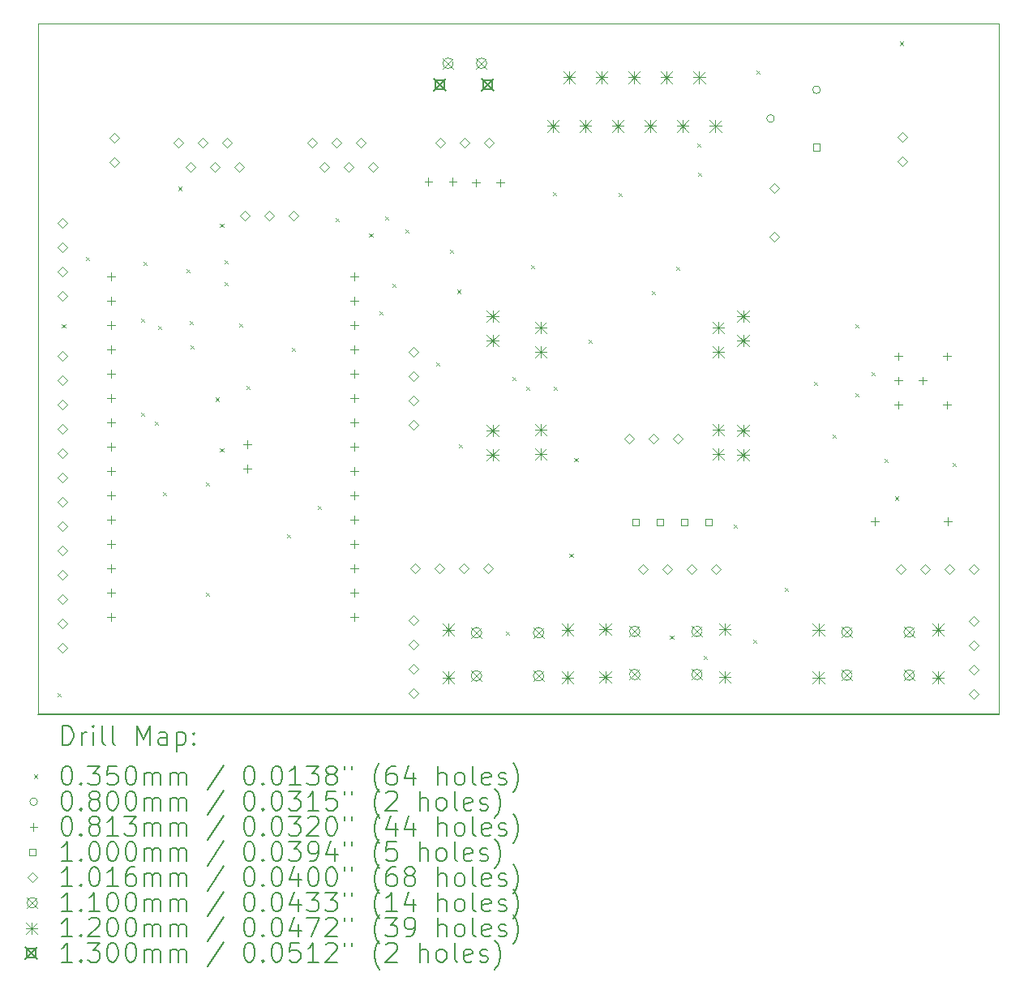
<source format=gbr>
%TF.GenerationSoftware,KiCad,Pcbnew,8.0.4*%
%TF.CreationDate,2024-08-22T17:22:42+02:00*%
%TF.ProjectId,CENTRALE,43454e54-5241-44c4-952e-6b696361645f,rev?*%
%TF.SameCoordinates,Original*%
%TF.FileFunction,Drillmap*%
%TF.FilePolarity,Positive*%
%FSLAX45Y45*%
G04 Gerber Fmt 4.5, Leading zero omitted, Abs format (unit mm)*
G04 Created by KiCad (PCBNEW 8.0.4) date 2024-08-22 17:22:42*
%MOMM*%
%LPD*%
G01*
G04 APERTURE LIST*
%ADD10C,0.050000*%
%ADD11C,0.152400*%
%ADD12C,0.200000*%
%ADD13C,0.100000*%
%ADD14C,0.101600*%
%ADD15C,0.110000*%
%ADD16C,0.120000*%
%ADD17C,0.130000*%
G04 APERTURE END LIST*
D10*
X19866610Y-14057000D02*
X19866610Y-6843400D01*
X19866610Y-6843400D02*
X9833610Y-6844919D01*
D11*
X19866610Y-14057000D02*
X9833610Y-14057000D01*
D10*
X9833610Y-6844919D02*
X9833610Y-14057000D01*
D12*
D13*
X10032500Y-13832500D02*
X10067500Y-13867500D01*
X10067500Y-13832500D02*
X10032500Y-13867500D01*
X10082500Y-9982500D02*
X10117500Y-10017500D01*
X10117500Y-9982500D02*
X10082500Y-10017500D01*
X10332500Y-9282500D02*
X10367500Y-9317500D01*
X10367500Y-9282500D02*
X10332500Y-9317500D01*
X10904500Y-9923660D02*
X10939500Y-9958660D01*
X10939500Y-9923660D02*
X10904500Y-9958660D01*
X10904500Y-10904500D02*
X10939500Y-10939500D01*
X10939500Y-10904500D02*
X10904500Y-10939500D01*
X10932500Y-9332500D02*
X10967500Y-9367500D01*
X10967500Y-9332500D02*
X10932500Y-9367500D01*
X11048154Y-10997292D02*
X11083154Y-11032292D01*
X11083154Y-10997292D02*
X11048154Y-11032292D01*
X11088507Y-9997341D02*
X11123507Y-10032341D01*
X11123507Y-9997341D02*
X11088507Y-10032341D01*
X11132500Y-11732500D02*
X11167500Y-11767500D01*
X11167500Y-11732500D02*
X11132500Y-11767500D01*
X11297282Y-8548372D02*
X11332282Y-8583372D01*
X11332282Y-8548372D02*
X11297282Y-8583372D01*
X11384573Y-9408427D02*
X11419573Y-9443427D01*
X11419573Y-9408427D02*
X11384573Y-9443427D01*
X11412500Y-9953250D02*
X11447500Y-9988250D01*
X11447500Y-9953250D02*
X11412500Y-9988250D01*
X11426218Y-10204274D02*
X11461218Y-10239274D01*
X11461218Y-10204274D02*
X11426218Y-10239274D01*
X11582500Y-11632500D02*
X11617500Y-11667500D01*
X11617500Y-11632500D02*
X11582500Y-11667500D01*
X11582500Y-12782500D02*
X11617500Y-12817500D01*
X11617500Y-12782500D02*
X11582500Y-12817500D01*
X11683595Y-10750137D02*
X11718595Y-10785137D01*
X11718595Y-10750137D02*
X11683595Y-10785137D01*
X11732500Y-8932500D02*
X11767500Y-8967500D01*
X11767500Y-8932500D02*
X11732500Y-8967500D01*
X11732500Y-11282500D02*
X11767500Y-11317500D01*
X11767500Y-11282500D02*
X11732500Y-11317500D01*
X11778260Y-9315100D02*
X11813260Y-9350100D01*
X11813260Y-9315100D02*
X11778260Y-9350100D01*
X11778260Y-9543700D02*
X11813260Y-9578700D01*
X11813260Y-9543700D02*
X11778260Y-9578700D01*
X11935346Y-9976390D02*
X11970346Y-10011390D01*
X11970346Y-9976390D02*
X11935346Y-10011390D01*
X12006860Y-10629550D02*
X12041860Y-10664550D01*
X12041860Y-10629550D02*
X12006860Y-10664550D01*
X12428500Y-12174500D02*
X12463500Y-12209500D01*
X12463500Y-12174500D02*
X12428500Y-12209500D01*
X12482500Y-10232500D02*
X12517500Y-10267500D01*
X12517500Y-10232500D02*
X12482500Y-10267500D01*
X12749810Y-11877300D02*
X12784810Y-11912300D01*
X12784810Y-11877300D02*
X12749810Y-11912300D01*
X12936500Y-8872500D02*
X12971500Y-8907500D01*
X12971500Y-8872500D02*
X12936500Y-8907500D01*
X13290512Y-9038906D02*
X13325512Y-9073906D01*
X13325512Y-9038906D02*
X13290512Y-9073906D01*
X13397510Y-9848500D02*
X13432510Y-9883500D01*
X13432510Y-9848500D02*
X13397510Y-9883500D01*
X13455880Y-8859120D02*
X13490880Y-8894120D01*
X13490880Y-8859120D02*
X13455880Y-8894120D01*
X13530860Y-9562750D02*
X13565860Y-9597750D01*
X13565860Y-9562750D02*
X13530860Y-9597750D01*
X13667098Y-8990014D02*
X13702098Y-9025014D01*
X13702098Y-8990014D02*
X13667098Y-9025014D01*
X13988060Y-10381900D02*
X14023060Y-10416900D01*
X14023060Y-10381900D02*
X13988060Y-10416900D01*
X14135779Y-9207191D02*
X14170779Y-9242191D01*
X14170779Y-9207191D02*
X14135779Y-9242191D01*
X14206500Y-9623990D02*
X14241500Y-9658990D01*
X14241500Y-9623990D02*
X14206500Y-9658990D01*
X14227054Y-11236215D02*
X14262054Y-11271215D01*
X14262054Y-11236215D02*
X14227054Y-11271215D01*
X14714500Y-13190500D02*
X14749500Y-13225500D01*
X14749500Y-13190500D02*
X14714500Y-13225500D01*
X14782500Y-10532500D02*
X14817500Y-10567500D01*
X14817500Y-10532500D02*
X14782500Y-10567500D01*
X14932500Y-10633640D02*
X14967500Y-10668640D01*
X14967500Y-10633640D02*
X14932500Y-10668640D01*
X14979525Y-9364325D02*
X15014525Y-9399325D01*
X15014525Y-9364325D02*
X14979525Y-9399325D01*
X15207260Y-8600700D02*
X15242260Y-8635700D01*
X15242260Y-8600700D02*
X15207260Y-8635700D01*
X15216079Y-10633640D02*
X15251079Y-10668640D01*
X15251079Y-10633640D02*
X15216079Y-10668640D01*
X15382500Y-12382500D02*
X15417500Y-12417500D01*
X15417500Y-12382500D02*
X15382500Y-12417500D01*
X15432500Y-11382500D02*
X15467500Y-11417500D01*
X15467500Y-11382500D02*
X15432500Y-11417500D01*
X15582500Y-10142500D02*
X15617500Y-10177500D01*
X15617500Y-10142500D02*
X15582500Y-10177500D01*
X15893060Y-8610250D02*
X15928060Y-8645250D01*
X15928060Y-8610250D02*
X15893060Y-8645250D01*
X16238500Y-9634500D02*
X16273500Y-9669500D01*
X16273500Y-9634500D02*
X16238500Y-9669500D01*
X16432500Y-13232500D02*
X16467500Y-13267500D01*
X16467500Y-13232500D02*
X16432500Y-13267500D01*
X16492500Y-9380500D02*
X16527500Y-9415500D01*
X16527500Y-9380500D02*
X16492500Y-9415500D01*
X16712210Y-8095900D02*
X16747210Y-8130900D01*
X16747210Y-8095900D02*
X16712210Y-8130900D01*
X16724418Y-8403112D02*
X16759418Y-8438112D01*
X16759418Y-8403112D02*
X16724418Y-8438112D01*
X16783960Y-13444500D02*
X16818960Y-13479500D01*
X16818960Y-13444500D02*
X16783960Y-13479500D01*
X17096613Y-12073680D02*
X17131613Y-12108680D01*
X17131613Y-12073680D02*
X17096613Y-12108680D01*
X17302760Y-13277500D02*
X17337760Y-13312500D01*
X17337760Y-13277500D02*
X17302760Y-13312500D01*
X17332500Y-7332500D02*
X17367500Y-7367500D01*
X17367500Y-7332500D02*
X17332500Y-7367500D01*
X17632500Y-12732500D02*
X17667500Y-12767500D01*
X17667500Y-12732500D02*
X17632500Y-12767500D01*
X17932500Y-10582500D02*
X17967500Y-10617500D01*
X17967500Y-10582500D02*
X17932500Y-10617500D01*
X18132500Y-11132500D02*
X18167500Y-11167500D01*
X18167500Y-11132500D02*
X18132500Y-11167500D01*
X18369560Y-9981850D02*
X18404560Y-10016850D01*
X18404560Y-9981850D02*
X18369560Y-10016850D01*
X18369560Y-10705750D02*
X18404560Y-10740750D01*
X18404560Y-10705750D02*
X18369560Y-10740750D01*
X18532500Y-10482500D02*
X18567500Y-10517500D01*
X18567500Y-10482500D02*
X18532500Y-10517500D01*
X18674360Y-11391550D02*
X18709360Y-11426550D01*
X18709360Y-11391550D02*
X18674360Y-11426550D01*
X18782500Y-11782500D02*
X18817500Y-11817500D01*
X18817500Y-11782500D02*
X18782500Y-11817500D01*
X18832500Y-7032500D02*
X18867500Y-7067500D01*
X18867500Y-7032500D02*
X18832500Y-7067500D01*
X19382500Y-11432500D02*
X19417500Y-11467500D01*
X19417500Y-11432500D02*
X19382500Y-11467500D01*
X17521610Y-7834352D02*
G75*
G02*
X17441610Y-7834352I-40000J0D01*
G01*
X17441610Y-7834352D02*
G75*
G02*
X17521610Y-7834352I40000J0D01*
G01*
X18001610Y-7534352D02*
G75*
G02*
X17921610Y-7534352I-40000J0D01*
G01*
X17921610Y-7534352D02*
G75*
G02*
X18001610Y-7534352I40000J0D01*
G01*
X10595610Y-9444360D02*
X10595610Y-9525640D01*
X10554970Y-9485000D02*
X10636250Y-9485000D01*
X10595610Y-9698360D02*
X10595610Y-9779640D01*
X10554970Y-9739000D02*
X10636250Y-9739000D01*
X10595610Y-9952360D02*
X10595610Y-10033640D01*
X10554970Y-9993000D02*
X10636250Y-9993000D01*
X10595610Y-10206360D02*
X10595610Y-10287640D01*
X10554970Y-10247000D02*
X10636250Y-10247000D01*
X10595610Y-10460360D02*
X10595610Y-10541640D01*
X10554970Y-10501000D02*
X10636250Y-10501000D01*
X10595610Y-10714360D02*
X10595610Y-10795640D01*
X10554970Y-10755000D02*
X10636250Y-10755000D01*
X10595610Y-10968360D02*
X10595610Y-11049640D01*
X10554970Y-11009000D02*
X10636250Y-11009000D01*
X10595610Y-11222360D02*
X10595610Y-11303640D01*
X10554970Y-11263000D02*
X10636250Y-11263000D01*
X10595610Y-11476360D02*
X10595610Y-11557640D01*
X10554970Y-11517000D02*
X10636250Y-11517000D01*
X10595610Y-11730360D02*
X10595610Y-11811640D01*
X10554970Y-11771000D02*
X10636250Y-11771000D01*
X10595610Y-11984360D02*
X10595610Y-12065640D01*
X10554970Y-12025000D02*
X10636250Y-12025000D01*
X10595610Y-12238360D02*
X10595610Y-12319640D01*
X10554970Y-12279000D02*
X10636250Y-12279000D01*
X10595610Y-12492360D02*
X10595610Y-12573640D01*
X10554970Y-12533000D02*
X10636250Y-12533000D01*
X10595610Y-12746360D02*
X10595610Y-12827640D01*
X10554970Y-12787000D02*
X10636250Y-12787000D01*
X10595610Y-13000360D02*
X10595610Y-13081640D01*
X10554970Y-13041000D02*
X10636250Y-13041000D01*
X12016840Y-11196175D02*
X12016840Y-11277455D01*
X11976200Y-11236815D02*
X12057480Y-11236815D01*
X12016840Y-11450175D02*
X12016840Y-11531455D01*
X11976200Y-11490815D02*
X12057480Y-11490815D01*
X13135610Y-9444360D02*
X13135610Y-9525640D01*
X13094970Y-9485000D02*
X13176250Y-9485000D01*
X13135610Y-9698360D02*
X13135610Y-9779640D01*
X13094970Y-9739000D02*
X13176250Y-9739000D01*
X13135610Y-9952360D02*
X13135610Y-10033640D01*
X13094970Y-9993000D02*
X13176250Y-9993000D01*
X13135610Y-10206360D02*
X13135610Y-10287640D01*
X13094970Y-10247000D02*
X13176250Y-10247000D01*
X13135610Y-10460360D02*
X13135610Y-10541640D01*
X13094970Y-10501000D02*
X13176250Y-10501000D01*
X13135610Y-10714360D02*
X13135610Y-10795640D01*
X13094970Y-10755000D02*
X13176250Y-10755000D01*
X13135610Y-10968360D02*
X13135610Y-11049640D01*
X13094970Y-11009000D02*
X13176250Y-11009000D01*
X13135610Y-11222360D02*
X13135610Y-11303640D01*
X13094970Y-11263000D02*
X13176250Y-11263000D01*
X13135610Y-11476360D02*
X13135610Y-11557640D01*
X13094970Y-11517000D02*
X13176250Y-11517000D01*
X13135610Y-11730360D02*
X13135610Y-11811640D01*
X13094970Y-11771000D02*
X13176250Y-11771000D01*
X13135610Y-11984360D02*
X13135610Y-12065640D01*
X13094970Y-12025000D02*
X13176250Y-12025000D01*
X13135610Y-12238360D02*
X13135610Y-12319640D01*
X13094970Y-12279000D02*
X13176250Y-12279000D01*
X13135610Y-12492360D02*
X13135610Y-12573640D01*
X13094970Y-12533000D02*
X13176250Y-12533000D01*
X13135610Y-12746360D02*
X13135610Y-12827640D01*
X13094970Y-12787000D02*
X13176250Y-12787000D01*
X13135610Y-13000360D02*
X13135610Y-13081640D01*
X13094970Y-13041000D02*
X13176250Y-13041000D01*
X13908643Y-8451391D02*
X13908643Y-8532671D01*
X13868003Y-8492031D02*
X13949283Y-8492031D01*
X14162643Y-8451391D02*
X14162643Y-8532671D01*
X14122003Y-8492031D02*
X14203283Y-8492031D01*
X14404850Y-8464792D02*
X14404850Y-8546072D01*
X14364210Y-8505432D02*
X14445490Y-8505432D01*
X14658850Y-8464792D02*
X14658850Y-8546072D01*
X14618210Y-8505432D02*
X14699490Y-8505432D01*
X18569014Y-12000827D02*
X18569014Y-12082107D01*
X18528374Y-12041467D02*
X18609654Y-12041467D01*
X18815224Y-10277110D02*
X18815224Y-10358390D01*
X18774584Y-10317750D02*
X18855864Y-10317750D01*
X18815224Y-10531110D02*
X18815224Y-10612390D01*
X18774584Y-10571750D02*
X18855864Y-10571750D01*
X18815224Y-10785110D02*
X18815224Y-10866390D01*
X18774584Y-10825750D02*
X18855864Y-10825750D01*
X19069224Y-10531110D02*
X19069224Y-10612390D01*
X19028584Y-10571750D02*
X19109864Y-10571750D01*
X19323224Y-10277110D02*
X19323224Y-10358390D01*
X19282584Y-10317750D02*
X19363864Y-10317750D01*
X19323224Y-10785110D02*
X19323224Y-10866390D01*
X19282584Y-10825750D02*
X19363864Y-10825750D01*
X19331014Y-12000827D02*
X19331014Y-12082107D01*
X19290374Y-12041467D02*
X19371654Y-12041467D01*
X16106237Y-12088079D02*
X16106237Y-12017368D01*
X16035526Y-12017368D01*
X16035526Y-12088079D01*
X16106237Y-12088079D01*
X16360237Y-12088079D02*
X16360237Y-12017368D01*
X16289526Y-12017368D01*
X16289526Y-12088079D01*
X16360237Y-12088079D01*
X16614237Y-12088079D02*
X16614237Y-12017368D01*
X16543526Y-12017368D01*
X16543526Y-12088079D01*
X16614237Y-12088079D01*
X16868237Y-12088079D02*
X16868237Y-12017368D01*
X16797526Y-12017368D01*
X16797526Y-12088079D01*
X16868237Y-12088079D01*
X17996966Y-8169708D02*
X17996966Y-8098996D01*
X17926254Y-8098996D01*
X17926254Y-8169708D01*
X17996966Y-8169708D01*
D14*
X10087610Y-8980552D02*
X10138410Y-8929752D01*
X10087610Y-8878952D01*
X10036810Y-8929752D01*
X10087610Y-8980552D01*
X10087610Y-9234552D02*
X10138410Y-9183752D01*
X10087610Y-9132952D01*
X10036810Y-9183752D01*
X10087610Y-9234552D01*
X10087610Y-9488552D02*
X10138410Y-9437752D01*
X10087610Y-9386952D01*
X10036810Y-9437752D01*
X10087610Y-9488552D01*
X10087610Y-9742552D02*
X10138410Y-9691752D01*
X10087610Y-9640952D01*
X10036810Y-9691752D01*
X10087610Y-9742552D01*
X10087610Y-10364876D02*
X10138410Y-10314076D01*
X10087610Y-10263276D01*
X10036810Y-10314076D01*
X10087610Y-10364876D01*
X10087610Y-10618876D02*
X10138410Y-10568076D01*
X10087610Y-10517276D01*
X10036810Y-10568076D01*
X10087610Y-10618876D01*
X10087610Y-10872876D02*
X10138410Y-10822076D01*
X10087610Y-10771276D01*
X10036810Y-10822076D01*
X10087610Y-10872876D01*
X10087610Y-11126876D02*
X10138410Y-11076076D01*
X10087610Y-11025276D01*
X10036810Y-11076076D01*
X10087610Y-11126876D01*
X10087610Y-11380876D02*
X10138410Y-11330076D01*
X10087610Y-11279276D01*
X10036810Y-11330076D01*
X10087610Y-11380876D01*
X10087610Y-11634876D02*
X10138410Y-11584076D01*
X10087610Y-11533276D01*
X10036810Y-11584076D01*
X10087610Y-11634876D01*
X10087610Y-11888876D02*
X10138410Y-11838076D01*
X10087610Y-11787276D01*
X10036810Y-11838076D01*
X10087610Y-11888876D01*
X10087610Y-12142876D02*
X10138410Y-12092076D01*
X10087610Y-12041276D01*
X10036810Y-12092076D01*
X10087610Y-12142876D01*
X10087610Y-12396876D02*
X10138410Y-12346076D01*
X10087610Y-12295276D01*
X10036810Y-12346076D01*
X10087610Y-12396876D01*
X10087610Y-12650876D02*
X10138410Y-12600076D01*
X10087610Y-12549276D01*
X10036810Y-12600076D01*
X10087610Y-12650876D01*
X10087610Y-12904876D02*
X10138410Y-12854076D01*
X10087610Y-12803276D01*
X10036810Y-12854076D01*
X10087610Y-12904876D01*
X10087610Y-13158876D02*
X10138410Y-13108076D01*
X10087610Y-13057276D01*
X10036810Y-13108076D01*
X10087610Y-13158876D01*
X10087610Y-13412876D02*
X10138410Y-13362076D01*
X10087610Y-13311276D01*
X10036810Y-13362076D01*
X10087610Y-13412876D01*
X10627287Y-8091552D02*
X10678087Y-8040752D01*
X10627287Y-7989952D01*
X10576487Y-8040752D01*
X10627287Y-8091552D01*
X10627287Y-8345552D02*
X10678087Y-8294752D01*
X10627287Y-8243952D01*
X10576487Y-8294752D01*
X10627287Y-8345552D01*
X11294110Y-8139152D02*
X11344910Y-8088352D01*
X11294110Y-8037552D01*
X11243310Y-8088352D01*
X11294110Y-8139152D01*
X11421110Y-8393152D02*
X11471910Y-8342352D01*
X11421110Y-8291552D01*
X11370310Y-8342352D01*
X11421110Y-8393152D01*
X11548110Y-8139152D02*
X11598910Y-8088352D01*
X11548110Y-8037552D01*
X11497310Y-8088352D01*
X11548110Y-8139152D01*
X11675110Y-8393152D02*
X11725910Y-8342352D01*
X11675110Y-8291552D01*
X11624310Y-8342352D01*
X11675110Y-8393152D01*
X11802110Y-8139152D02*
X11852910Y-8088352D01*
X11802110Y-8037552D01*
X11751310Y-8088352D01*
X11802110Y-8139152D01*
X11929110Y-8393152D02*
X11979910Y-8342352D01*
X11929110Y-8291552D01*
X11878310Y-8342352D01*
X11929110Y-8393152D01*
X11992610Y-8900800D02*
X12043410Y-8850000D01*
X11992610Y-8799200D01*
X11941810Y-8850000D01*
X11992610Y-8900800D01*
X12246610Y-8900800D02*
X12297410Y-8850000D01*
X12246610Y-8799200D01*
X12195810Y-8850000D01*
X12246610Y-8900800D01*
X12500610Y-8900800D02*
X12551410Y-8850000D01*
X12500610Y-8799200D01*
X12449810Y-8850000D01*
X12500610Y-8900800D01*
X12691110Y-8139152D02*
X12741910Y-8088352D01*
X12691110Y-8037552D01*
X12640310Y-8088352D01*
X12691110Y-8139152D01*
X12818110Y-8393152D02*
X12868910Y-8342352D01*
X12818110Y-8291552D01*
X12767310Y-8342352D01*
X12818110Y-8393152D01*
X12945110Y-8139152D02*
X12995910Y-8088352D01*
X12945110Y-8037552D01*
X12894310Y-8088352D01*
X12945110Y-8139152D01*
X13072110Y-8393152D02*
X13122910Y-8342352D01*
X13072110Y-8291552D01*
X13021310Y-8342352D01*
X13072110Y-8393152D01*
X13199110Y-8139152D02*
X13249910Y-8088352D01*
X13199110Y-8037552D01*
X13148310Y-8088352D01*
X13199110Y-8139152D01*
X13326110Y-8393152D02*
X13376910Y-8342352D01*
X13326110Y-8291552D01*
X13275310Y-8342352D01*
X13326110Y-8393152D01*
X13748723Y-10325209D02*
X13799523Y-10274409D01*
X13748723Y-10223609D01*
X13697923Y-10274409D01*
X13748723Y-10325209D01*
X13748723Y-10579209D02*
X13799523Y-10528409D01*
X13748723Y-10477609D01*
X13697923Y-10528409D01*
X13748723Y-10579209D01*
X13748723Y-10833209D02*
X13799523Y-10782409D01*
X13748723Y-10731609D01*
X13697923Y-10782409D01*
X13748723Y-10833209D01*
X13748723Y-11087209D02*
X13799523Y-11036409D01*
X13748723Y-10985609D01*
X13697923Y-11036409D01*
X13748723Y-11087209D01*
X13751865Y-13128659D02*
X13802665Y-13077859D01*
X13751865Y-13027059D01*
X13701065Y-13077859D01*
X13751865Y-13128659D01*
X13751865Y-13382659D02*
X13802665Y-13331859D01*
X13751865Y-13281059D01*
X13701065Y-13331859D01*
X13751865Y-13382659D01*
X13751865Y-13636659D02*
X13802665Y-13585859D01*
X13751865Y-13535059D01*
X13701065Y-13585859D01*
X13751865Y-13636659D01*
X13751865Y-13890659D02*
X13802665Y-13839859D01*
X13751865Y-13789059D01*
X13701065Y-13839859D01*
X13751865Y-13890659D01*
X13770610Y-12583800D02*
X13821410Y-12533000D01*
X13770610Y-12482200D01*
X13719810Y-12533000D01*
X13770610Y-12583800D01*
X14024610Y-12583800D02*
X14075410Y-12533000D01*
X14024610Y-12482200D01*
X13973810Y-12533000D01*
X14024610Y-12583800D01*
X14034194Y-8136621D02*
X14084994Y-8085821D01*
X14034194Y-8035021D01*
X13983394Y-8085821D01*
X14034194Y-8136621D01*
X14278610Y-12583800D02*
X14329410Y-12533000D01*
X14278610Y-12482200D01*
X14227810Y-12533000D01*
X14278610Y-12583800D01*
X14288194Y-8136621D02*
X14338994Y-8085821D01*
X14288194Y-8035021D01*
X14237394Y-8085821D01*
X14288194Y-8136621D01*
X14532610Y-12583800D02*
X14583410Y-12533000D01*
X14532610Y-12482200D01*
X14481810Y-12533000D01*
X14532610Y-12583800D01*
X14542194Y-8136621D02*
X14592994Y-8085821D01*
X14542194Y-8035021D01*
X14491394Y-8085821D01*
X14542194Y-8136621D01*
X16002000Y-11226800D02*
X16052800Y-11176000D01*
X16002000Y-11125200D01*
X15951200Y-11176000D01*
X16002000Y-11226800D01*
X16149303Y-12591934D02*
X16200103Y-12541134D01*
X16149303Y-12490334D01*
X16098503Y-12541134D01*
X16149303Y-12591934D01*
X16256000Y-11226800D02*
X16306800Y-11176000D01*
X16256000Y-11125200D01*
X16205200Y-11176000D01*
X16256000Y-11226800D01*
X16403303Y-12591934D02*
X16454103Y-12541134D01*
X16403303Y-12490334D01*
X16352503Y-12541134D01*
X16403303Y-12591934D01*
X16510000Y-11226800D02*
X16560800Y-11176000D01*
X16510000Y-11125200D01*
X16459200Y-11176000D01*
X16510000Y-11226800D01*
X16657303Y-12591934D02*
X16708103Y-12541134D01*
X16657303Y-12490334D01*
X16606503Y-12541134D01*
X16657303Y-12591934D01*
X16911303Y-12591934D02*
X16962103Y-12541134D01*
X16911303Y-12490334D01*
X16860503Y-12541134D01*
X16911303Y-12591934D01*
X17521227Y-8609124D02*
X17572027Y-8558324D01*
X17521227Y-8507524D01*
X17470427Y-8558324D01*
X17521227Y-8609124D01*
X17521227Y-9117124D02*
X17572027Y-9066324D01*
X17521227Y-9015524D01*
X17470427Y-9066324D01*
X17521227Y-9117124D01*
X18838589Y-12596027D02*
X18889389Y-12545227D01*
X18838589Y-12494427D01*
X18787789Y-12545227D01*
X18838589Y-12596027D01*
X18858711Y-8082289D02*
X18909511Y-8031489D01*
X18858711Y-7980689D01*
X18807911Y-8031489D01*
X18858711Y-8082289D01*
X18858711Y-8336289D02*
X18909511Y-8285489D01*
X18858711Y-8234689D01*
X18807911Y-8285489D01*
X18858711Y-8336289D01*
X19092589Y-12596027D02*
X19143389Y-12545227D01*
X19092589Y-12494427D01*
X19041789Y-12545227D01*
X19092589Y-12596027D01*
X19346589Y-12596027D02*
X19397389Y-12545227D01*
X19346589Y-12494427D01*
X19295789Y-12545227D01*
X19346589Y-12596027D01*
X19600324Y-13137622D02*
X19651124Y-13086822D01*
X19600324Y-13036022D01*
X19549524Y-13086822D01*
X19600324Y-13137622D01*
X19600324Y-13391622D02*
X19651124Y-13340822D01*
X19600324Y-13290022D01*
X19549524Y-13340822D01*
X19600324Y-13391622D01*
X19600324Y-13645622D02*
X19651124Y-13594822D01*
X19600324Y-13544022D01*
X19549524Y-13594822D01*
X19600324Y-13645622D01*
X19600324Y-13899622D02*
X19651124Y-13848822D01*
X19600324Y-13798022D01*
X19549524Y-13848822D01*
X19600324Y-13899622D01*
X19600589Y-12596027D02*
X19651389Y-12545227D01*
X19600589Y-12494427D01*
X19549789Y-12545227D01*
X19600589Y-12596027D01*
D15*
X14058194Y-7203082D02*
X14168194Y-7313082D01*
X14168194Y-7203082D02*
X14058194Y-7313082D01*
X14168194Y-7258082D02*
G75*
G02*
X14058194Y-7258082I-55000J0D01*
G01*
X14058194Y-7258082D02*
G75*
G02*
X14168194Y-7258082I55000J0D01*
G01*
X14354370Y-13149985D02*
X14464370Y-13259985D01*
X14464370Y-13149985D02*
X14354370Y-13259985D01*
X14464370Y-13204985D02*
G75*
G02*
X14354370Y-13204985I-55000J0D01*
G01*
X14354370Y-13204985D02*
G75*
G02*
X14464370Y-13204985I55000J0D01*
G01*
X14354370Y-13599985D02*
X14464370Y-13709985D01*
X14464370Y-13599985D02*
X14354370Y-13709985D01*
X14464370Y-13654985D02*
G75*
G02*
X14354370Y-13654985I-55000J0D01*
G01*
X14354370Y-13654985D02*
G75*
G02*
X14464370Y-13654985I55000J0D01*
G01*
X14408194Y-7203082D02*
X14518194Y-7313082D01*
X14518194Y-7203082D02*
X14408194Y-7313082D01*
X14518194Y-7258082D02*
G75*
G02*
X14408194Y-7258082I-55000J0D01*
G01*
X14408194Y-7258082D02*
G75*
G02*
X14518194Y-7258082I55000J0D01*
G01*
X15004370Y-13149985D02*
X15114370Y-13259985D01*
X15114370Y-13149985D02*
X15004370Y-13259985D01*
X15114370Y-13204985D02*
G75*
G02*
X15004370Y-13204985I-55000J0D01*
G01*
X15004370Y-13204985D02*
G75*
G02*
X15114370Y-13204985I55000J0D01*
G01*
X15004370Y-13599985D02*
X15114370Y-13709985D01*
X15114370Y-13599985D02*
X15004370Y-13709985D01*
X15114370Y-13654985D02*
G75*
G02*
X15004370Y-13654985I-55000J0D01*
G01*
X15004370Y-13654985D02*
G75*
G02*
X15114370Y-13654985I55000J0D01*
G01*
X16007735Y-13135754D02*
X16117735Y-13245754D01*
X16117735Y-13135754D02*
X16007735Y-13245754D01*
X16117735Y-13190754D02*
G75*
G02*
X16007735Y-13190754I-55000J0D01*
G01*
X16007735Y-13190754D02*
G75*
G02*
X16117735Y-13190754I55000J0D01*
G01*
X16007735Y-13585754D02*
X16117735Y-13695754D01*
X16117735Y-13585754D02*
X16007735Y-13695754D01*
X16117735Y-13640754D02*
G75*
G02*
X16007735Y-13640754I-55000J0D01*
G01*
X16007735Y-13640754D02*
G75*
G02*
X16117735Y-13640754I55000J0D01*
G01*
X16657735Y-13135754D02*
X16767735Y-13245754D01*
X16767735Y-13135754D02*
X16657735Y-13245754D01*
X16767735Y-13190754D02*
G75*
G02*
X16657735Y-13190754I-55000J0D01*
G01*
X16657735Y-13190754D02*
G75*
G02*
X16767735Y-13190754I55000J0D01*
G01*
X16657735Y-13585754D02*
X16767735Y-13695754D01*
X16767735Y-13585754D02*
X16657735Y-13695754D01*
X16767735Y-13640754D02*
G75*
G02*
X16657735Y-13640754I-55000J0D01*
G01*
X16657735Y-13640754D02*
G75*
G02*
X16767735Y-13640754I55000J0D01*
G01*
X18223775Y-13142049D02*
X18333775Y-13252049D01*
X18333775Y-13142049D02*
X18223775Y-13252049D01*
X18333775Y-13197049D02*
G75*
G02*
X18223775Y-13197049I-55000J0D01*
G01*
X18223775Y-13197049D02*
G75*
G02*
X18333775Y-13197049I55000J0D01*
G01*
X18223775Y-13592049D02*
X18333775Y-13702049D01*
X18333775Y-13592049D02*
X18223775Y-13702049D01*
X18333775Y-13647049D02*
G75*
G02*
X18223775Y-13647049I-55000J0D01*
G01*
X18223775Y-13647049D02*
G75*
G02*
X18333775Y-13647049I55000J0D01*
G01*
X18873775Y-13142049D02*
X18983775Y-13252049D01*
X18983775Y-13142049D02*
X18873775Y-13252049D01*
X18983775Y-13197049D02*
G75*
G02*
X18873775Y-13197049I-55000J0D01*
G01*
X18873775Y-13197049D02*
G75*
G02*
X18983775Y-13197049I55000J0D01*
G01*
X18873775Y-13592049D02*
X18983775Y-13702049D01*
X18983775Y-13592049D02*
X18873775Y-13702049D01*
X18983775Y-13647049D02*
G75*
G02*
X18873775Y-13647049I-55000J0D01*
G01*
X18873775Y-13647049D02*
G75*
G02*
X18983775Y-13647049I55000J0D01*
G01*
D16*
X14053413Y-13112000D02*
X14173413Y-13232000D01*
X14173413Y-13112000D02*
X14053413Y-13232000D01*
X14113413Y-13112000D02*
X14113413Y-13232000D01*
X14053413Y-13172000D02*
X14173413Y-13172000D01*
X14053413Y-13612000D02*
X14173413Y-13732000D01*
X14173413Y-13612000D02*
X14053413Y-13732000D01*
X14113413Y-13612000D02*
X14113413Y-13732000D01*
X14053413Y-13672000D02*
X14173413Y-13672000D01*
X14518667Y-9840358D02*
X14638667Y-9960358D01*
X14638667Y-9840358D02*
X14518667Y-9960358D01*
X14578667Y-9840358D02*
X14578667Y-9960358D01*
X14518667Y-9900358D02*
X14638667Y-9900358D01*
X14518667Y-10094358D02*
X14638667Y-10214358D01*
X14638667Y-10094358D02*
X14518667Y-10214358D01*
X14578667Y-10094358D02*
X14578667Y-10214358D01*
X14518667Y-10154358D02*
X14638667Y-10154358D01*
X14518667Y-11034158D02*
X14638667Y-11154158D01*
X14638667Y-11034158D02*
X14518667Y-11154158D01*
X14578667Y-11034158D02*
X14578667Y-11154158D01*
X14518667Y-11094158D02*
X14638667Y-11094158D01*
X14518667Y-11288158D02*
X14638667Y-11408158D01*
X14638667Y-11288158D02*
X14518667Y-11408158D01*
X14578667Y-11288158D02*
X14578667Y-11408158D01*
X14518667Y-11348158D02*
X14638667Y-11348158D01*
X15020239Y-9959779D02*
X15140239Y-10079779D01*
X15140239Y-9959779D02*
X15020239Y-10079779D01*
X15080239Y-9959779D02*
X15080239Y-10079779D01*
X15020239Y-10019779D02*
X15140239Y-10019779D01*
X15020239Y-10213779D02*
X15140239Y-10333779D01*
X15140239Y-10213779D02*
X15020239Y-10333779D01*
X15080239Y-10213779D02*
X15080239Y-10333779D01*
X15020239Y-10273779D02*
X15140239Y-10273779D01*
X15020239Y-11026579D02*
X15140239Y-11146579D01*
X15140239Y-11026579D02*
X15020239Y-11146579D01*
X15080239Y-11026579D02*
X15080239Y-11146579D01*
X15020239Y-11086579D02*
X15140239Y-11086579D01*
X15020239Y-11280578D02*
X15140239Y-11400578D01*
X15140239Y-11280578D02*
X15020239Y-11400578D01*
X15080239Y-11280578D02*
X15080239Y-11400578D01*
X15020239Y-11340578D02*
X15140239Y-11340578D01*
X15146610Y-7853752D02*
X15266610Y-7973752D01*
X15266610Y-7853752D02*
X15146610Y-7973752D01*
X15206610Y-7853752D02*
X15206610Y-7973752D01*
X15146610Y-7913752D02*
X15266610Y-7913752D01*
X15303413Y-13112000D02*
X15423413Y-13232000D01*
X15423413Y-13112000D02*
X15303413Y-13232000D01*
X15363413Y-13112000D02*
X15363413Y-13232000D01*
X15303413Y-13172000D02*
X15423413Y-13172000D01*
X15303413Y-13612000D02*
X15423413Y-13732000D01*
X15423413Y-13612000D02*
X15303413Y-13732000D01*
X15363413Y-13612000D02*
X15363413Y-13732000D01*
X15303413Y-13672000D02*
X15423413Y-13672000D01*
X15316610Y-7345752D02*
X15436610Y-7465752D01*
X15436610Y-7345752D02*
X15316610Y-7465752D01*
X15376610Y-7345752D02*
X15376610Y-7465752D01*
X15316610Y-7405752D02*
X15436610Y-7405752D01*
X15486610Y-7853752D02*
X15606610Y-7973752D01*
X15606610Y-7853752D02*
X15486610Y-7973752D01*
X15546610Y-7853752D02*
X15546610Y-7973752D01*
X15486610Y-7913752D02*
X15606610Y-7913752D01*
X15656610Y-7345752D02*
X15776610Y-7465752D01*
X15776610Y-7345752D02*
X15656610Y-7465752D01*
X15716610Y-7345752D02*
X15716610Y-7465752D01*
X15656610Y-7405752D02*
X15776610Y-7405752D01*
X15695244Y-13107549D02*
X15815244Y-13227549D01*
X15815244Y-13107549D02*
X15695244Y-13227549D01*
X15755244Y-13107549D02*
X15755244Y-13227549D01*
X15695244Y-13167549D02*
X15815244Y-13167549D01*
X15695244Y-13607549D02*
X15815244Y-13727549D01*
X15815244Y-13607549D02*
X15695244Y-13727549D01*
X15755244Y-13607549D02*
X15755244Y-13727549D01*
X15695244Y-13667549D02*
X15815244Y-13667549D01*
X15826610Y-7853752D02*
X15946610Y-7973752D01*
X15946610Y-7853752D02*
X15826610Y-7973752D01*
X15886610Y-7853752D02*
X15886610Y-7973752D01*
X15826610Y-7913752D02*
X15946610Y-7913752D01*
X15996610Y-7345752D02*
X16116610Y-7465752D01*
X16116610Y-7345752D02*
X15996610Y-7465752D01*
X16056610Y-7345752D02*
X16056610Y-7465752D01*
X15996610Y-7405752D02*
X16116610Y-7405752D01*
X16166610Y-7853752D02*
X16286610Y-7973752D01*
X16286610Y-7853752D02*
X16166610Y-7973752D01*
X16226610Y-7853752D02*
X16226610Y-7973752D01*
X16166610Y-7913752D02*
X16286610Y-7913752D01*
X16336610Y-7345752D02*
X16456610Y-7465752D01*
X16456610Y-7345752D02*
X16336610Y-7465752D01*
X16396610Y-7345752D02*
X16396610Y-7465752D01*
X16336610Y-7405752D02*
X16456610Y-7405752D01*
X16506610Y-7853752D02*
X16626610Y-7973752D01*
X16626610Y-7853752D02*
X16506610Y-7973752D01*
X16566610Y-7853752D02*
X16566610Y-7973752D01*
X16506610Y-7913752D02*
X16626610Y-7913752D01*
X16676610Y-7345752D02*
X16796610Y-7465752D01*
X16796610Y-7345752D02*
X16676610Y-7465752D01*
X16736610Y-7345752D02*
X16736610Y-7465752D01*
X16676610Y-7405752D02*
X16796610Y-7405752D01*
X16846610Y-7853752D02*
X16966610Y-7973752D01*
X16966610Y-7853752D02*
X16846610Y-7973752D01*
X16906610Y-7853752D02*
X16906610Y-7973752D01*
X16846610Y-7913752D02*
X16966610Y-7913752D01*
X16874439Y-9959779D02*
X16994439Y-10079779D01*
X16994439Y-9959779D02*
X16874439Y-10079779D01*
X16934439Y-9959779D02*
X16934439Y-10079779D01*
X16874439Y-10019779D02*
X16994439Y-10019779D01*
X16874439Y-10213779D02*
X16994439Y-10333779D01*
X16994439Y-10213779D02*
X16874439Y-10333779D01*
X16934439Y-10213779D02*
X16934439Y-10333779D01*
X16874439Y-10273779D02*
X16994439Y-10273779D01*
X16874439Y-11026579D02*
X16994439Y-11146579D01*
X16994439Y-11026579D02*
X16874439Y-11146579D01*
X16934439Y-11026579D02*
X16934439Y-11146579D01*
X16874439Y-11086579D02*
X16994439Y-11086579D01*
X16874439Y-11280578D02*
X16994439Y-11400578D01*
X16994439Y-11280578D02*
X16874439Y-11400578D01*
X16934439Y-11280578D02*
X16934439Y-11400578D01*
X16874439Y-11340578D02*
X16994439Y-11340578D01*
X16945244Y-13107549D02*
X17065244Y-13227549D01*
X17065244Y-13107549D02*
X16945244Y-13227549D01*
X17005244Y-13107549D02*
X17005244Y-13227549D01*
X16945244Y-13167549D02*
X17065244Y-13167549D01*
X16945244Y-13607549D02*
X17065244Y-13727549D01*
X17065244Y-13607549D02*
X16945244Y-13727549D01*
X17005244Y-13607549D02*
X17005244Y-13727549D01*
X16945244Y-13667549D02*
X17065244Y-13667549D01*
X17134868Y-9840358D02*
X17254868Y-9960358D01*
X17254868Y-9840358D02*
X17134868Y-9960358D01*
X17194868Y-9840358D02*
X17194868Y-9960358D01*
X17134868Y-9900358D02*
X17254868Y-9900358D01*
X17134868Y-10094358D02*
X17254868Y-10214358D01*
X17254868Y-10094358D02*
X17134868Y-10214358D01*
X17194868Y-10094358D02*
X17194868Y-10214358D01*
X17134868Y-10154358D02*
X17254868Y-10154358D01*
X17134868Y-11034158D02*
X17254868Y-11154158D01*
X17254868Y-11034158D02*
X17134868Y-11154158D01*
X17194868Y-11034158D02*
X17194868Y-11154158D01*
X17134868Y-11094158D02*
X17254868Y-11094158D01*
X17134868Y-11288158D02*
X17254868Y-11408158D01*
X17254868Y-11288158D02*
X17134868Y-11408158D01*
X17194868Y-11288158D02*
X17194868Y-11408158D01*
X17134868Y-11348158D02*
X17254868Y-11348158D01*
X17922295Y-13112000D02*
X18042295Y-13232000D01*
X18042295Y-13112000D02*
X17922295Y-13232000D01*
X17982295Y-13112000D02*
X17982295Y-13232000D01*
X17922295Y-13172000D02*
X18042295Y-13172000D01*
X17922295Y-13612000D02*
X18042295Y-13732000D01*
X18042295Y-13612000D02*
X17922295Y-13732000D01*
X17982295Y-13612000D02*
X17982295Y-13732000D01*
X17922295Y-13672000D02*
X18042295Y-13672000D01*
X19172295Y-13112000D02*
X19292295Y-13232000D01*
X19292295Y-13112000D02*
X19172295Y-13232000D01*
X19232295Y-13112000D02*
X19232295Y-13232000D01*
X19172295Y-13172000D02*
X19292295Y-13172000D01*
X19172295Y-13612000D02*
X19292295Y-13732000D01*
X19292295Y-13612000D02*
X19172295Y-13732000D01*
X19232295Y-13612000D02*
X19232295Y-13732000D01*
X19172295Y-13672000D02*
X19292295Y-13672000D01*
D17*
X13963610Y-7415629D02*
X14093610Y-7545629D01*
X14093610Y-7415629D02*
X13963610Y-7545629D01*
X14074572Y-7526591D02*
X14074572Y-7434667D01*
X13982648Y-7434667D01*
X13982648Y-7526591D01*
X14074572Y-7526591D01*
X14463610Y-7415629D02*
X14593610Y-7545629D01*
X14593610Y-7415629D02*
X14463610Y-7545629D01*
X14574572Y-7526591D02*
X14574572Y-7434667D01*
X14482648Y-7434667D01*
X14482648Y-7526591D01*
X14574572Y-7526591D01*
D12*
X10086767Y-14376104D02*
X10086767Y-14176104D01*
X10086767Y-14176104D02*
X10134386Y-14176104D01*
X10134386Y-14176104D02*
X10162957Y-14185628D01*
X10162957Y-14185628D02*
X10182005Y-14204675D01*
X10182005Y-14204675D02*
X10191529Y-14223723D01*
X10191529Y-14223723D02*
X10201053Y-14261818D01*
X10201053Y-14261818D02*
X10201053Y-14290389D01*
X10201053Y-14290389D02*
X10191529Y-14328485D01*
X10191529Y-14328485D02*
X10182005Y-14347532D01*
X10182005Y-14347532D02*
X10162957Y-14366580D01*
X10162957Y-14366580D02*
X10134386Y-14376104D01*
X10134386Y-14376104D02*
X10086767Y-14376104D01*
X10286767Y-14376104D02*
X10286767Y-14242770D01*
X10286767Y-14280866D02*
X10296291Y-14261818D01*
X10296291Y-14261818D02*
X10305814Y-14252294D01*
X10305814Y-14252294D02*
X10324862Y-14242770D01*
X10324862Y-14242770D02*
X10343910Y-14242770D01*
X10410576Y-14376104D02*
X10410576Y-14242770D01*
X10410576Y-14176104D02*
X10401053Y-14185628D01*
X10401053Y-14185628D02*
X10410576Y-14195151D01*
X10410576Y-14195151D02*
X10420100Y-14185628D01*
X10420100Y-14185628D02*
X10410576Y-14176104D01*
X10410576Y-14176104D02*
X10410576Y-14195151D01*
X10534386Y-14376104D02*
X10515338Y-14366580D01*
X10515338Y-14366580D02*
X10505814Y-14347532D01*
X10505814Y-14347532D02*
X10505814Y-14176104D01*
X10639148Y-14376104D02*
X10620100Y-14366580D01*
X10620100Y-14366580D02*
X10610576Y-14347532D01*
X10610576Y-14347532D02*
X10610576Y-14176104D01*
X10867719Y-14376104D02*
X10867719Y-14176104D01*
X10867719Y-14176104D02*
X10934386Y-14318961D01*
X10934386Y-14318961D02*
X11001053Y-14176104D01*
X11001053Y-14176104D02*
X11001053Y-14376104D01*
X11182005Y-14376104D02*
X11182005Y-14271342D01*
X11182005Y-14271342D02*
X11172481Y-14252294D01*
X11172481Y-14252294D02*
X11153434Y-14242770D01*
X11153434Y-14242770D02*
X11115338Y-14242770D01*
X11115338Y-14242770D02*
X11096291Y-14252294D01*
X11182005Y-14366580D02*
X11162957Y-14376104D01*
X11162957Y-14376104D02*
X11115338Y-14376104D01*
X11115338Y-14376104D02*
X11096291Y-14366580D01*
X11096291Y-14366580D02*
X11086767Y-14347532D01*
X11086767Y-14347532D02*
X11086767Y-14328485D01*
X11086767Y-14328485D02*
X11096291Y-14309437D01*
X11096291Y-14309437D02*
X11115338Y-14299913D01*
X11115338Y-14299913D02*
X11162957Y-14299913D01*
X11162957Y-14299913D02*
X11182005Y-14290389D01*
X11277243Y-14242770D02*
X11277243Y-14442770D01*
X11277243Y-14252294D02*
X11296291Y-14242770D01*
X11296291Y-14242770D02*
X11334386Y-14242770D01*
X11334386Y-14242770D02*
X11353433Y-14252294D01*
X11353433Y-14252294D02*
X11362957Y-14261818D01*
X11362957Y-14261818D02*
X11372481Y-14280866D01*
X11372481Y-14280866D02*
X11372481Y-14338008D01*
X11372481Y-14338008D02*
X11362957Y-14357056D01*
X11362957Y-14357056D02*
X11353433Y-14366580D01*
X11353433Y-14366580D02*
X11334386Y-14376104D01*
X11334386Y-14376104D02*
X11296291Y-14376104D01*
X11296291Y-14376104D02*
X11277243Y-14366580D01*
X11458195Y-14357056D02*
X11467719Y-14366580D01*
X11467719Y-14366580D02*
X11458195Y-14376104D01*
X11458195Y-14376104D02*
X11448672Y-14366580D01*
X11448672Y-14366580D02*
X11458195Y-14357056D01*
X11458195Y-14357056D02*
X11458195Y-14376104D01*
X11458195Y-14252294D02*
X11467719Y-14261818D01*
X11467719Y-14261818D02*
X11458195Y-14271342D01*
X11458195Y-14271342D02*
X11448672Y-14261818D01*
X11448672Y-14261818D02*
X11458195Y-14252294D01*
X11458195Y-14252294D02*
X11458195Y-14271342D01*
D13*
X9790990Y-14687120D02*
X9825990Y-14722120D01*
X9825990Y-14687120D02*
X9790990Y-14722120D01*
D12*
X10124862Y-14596104D02*
X10143910Y-14596104D01*
X10143910Y-14596104D02*
X10162957Y-14605628D01*
X10162957Y-14605628D02*
X10172481Y-14615151D01*
X10172481Y-14615151D02*
X10182005Y-14634199D01*
X10182005Y-14634199D02*
X10191529Y-14672294D01*
X10191529Y-14672294D02*
X10191529Y-14719913D01*
X10191529Y-14719913D02*
X10182005Y-14758008D01*
X10182005Y-14758008D02*
X10172481Y-14777056D01*
X10172481Y-14777056D02*
X10162957Y-14786580D01*
X10162957Y-14786580D02*
X10143910Y-14796104D01*
X10143910Y-14796104D02*
X10124862Y-14796104D01*
X10124862Y-14796104D02*
X10105814Y-14786580D01*
X10105814Y-14786580D02*
X10096291Y-14777056D01*
X10096291Y-14777056D02*
X10086767Y-14758008D01*
X10086767Y-14758008D02*
X10077243Y-14719913D01*
X10077243Y-14719913D02*
X10077243Y-14672294D01*
X10077243Y-14672294D02*
X10086767Y-14634199D01*
X10086767Y-14634199D02*
X10096291Y-14615151D01*
X10096291Y-14615151D02*
X10105814Y-14605628D01*
X10105814Y-14605628D02*
X10124862Y-14596104D01*
X10277243Y-14777056D02*
X10286767Y-14786580D01*
X10286767Y-14786580D02*
X10277243Y-14796104D01*
X10277243Y-14796104D02*
X10267719Y-14786580D01*
X10267719Y-14786580D02*
X10277243Y-14777056D01*
X10277243Y-14777056D02*
X10277243Y-14796104D01*
X10353434Y-14596104D02*
X10477243Y-14596104D01*
X10477243Y-14596104D02*
X10410576Y-14672294D01*
X10410576Y-14672294D02*
X10439148Y-14672294D01*
X10439148Y-14672294D02*
X10458195Y-14681818D01*
X10458195Y-14681818D02*
X10467719Y-14691342D01*
X10467719Y-14691342D02*
X10477243Y-14710389D01*
X10477243Y-14710389D02*
X10477243Y-14758008D01*
X10477243Y-14758008D02*
X10467719Y-14777056D01*
X10467719Y-14777056D02*
X10458195Y-14786580D01*
X10458195Y-14786580D02*
X10439148Y-14796104D01*
X10439148Y-14796104D02*
X10382005Y-14796104D01*
X10382005Y-14796104D02*
X10362957Y-14786580D01*
X10362957Y-14786580D02*
X10353434Y-14777056D01*
X10658195Y-14596104D02*
X10562957Y-14596104D01*
X10562957Y-14596104D02*
X10553434Y-14691342D01*
X10553434Y-14691342D02*
X10562957Y-14681818D01*
X10562957Y-14681818D02*
X10582005Y-14672294D01*
X10582005Y-14672294D02*
X10629624Y-14672294D01*
X10629624Y-14672294D02*
X10648672Y-14681818D01*
X10648672Y-14681818D02*
X10658195Y-14691342D01*
X10658195Y-14691342D02*
X10667719Y-14710389D01*
X10667719Y-14710389D02*
X10667719Y-14758008D01*
X10667719Y-14758008D02*
X10658195Y-14777056D01*
X10658195Y-14777056D02*
X10648672Y-14786580D01*
X10648672Y-14786580D02*
X10629624Y-14796104D01*
X10629624Y-14796104D02*
X10582005Y-14796104D01*
X10582005Y-14796104D02*
X10562957Y-14786580D01*
X10562957Y-14786580D02*
X10553434Y-14777056D01*
X10791529Y-14596104D02*
X10810576Y-14596104D01*
X10810576Y-14596104D02*
X10829624Y-14605628D01*
X10829624Y-14605628D02*
X10839148Y-14615151D01*
X10839148Y-14615151D02*
X10848672Y-14634199D01*
X10848672Y-14634199D02*
X10858195Y-14672294D01*
X10858195Y-14672294D02*
X10858195Y-14719913D01*
X10858195Y-14719913D02*
X10848672Y-14758008D01*
X10848672Y-14758008D02*
X10839148Y-14777056D01*
X10839148Y-14777056D02*
X10829624Y-14786580D01*
X10829624Y-14786580D02*
X10810576Y-14796104D01*
X10810576Y-14796104D02*
X10791529Y-14796104D01*
X10791529Y-14796104D02*
X10772481Y-14786580D01*
X10772481Y-14786580D02*
X10762957Y-14777056D01*
X10762957Y-14777056D02*
X10753434Y-14758008D01*
X10753434Y-14758008D02*
X10743910Y-14719913D01*
X10743910Y-14719913D02*
X10743910Y-14672294D01*
X10743910Y-14672294D02*
X10753434Y-14634199D01*
X10753434Y-14634199D02*
X10762957Y-14615151D01*
X10762957Y-14615151D02*
X10772481Y-14605628D01*
X10772481Y-14605628D02*
X10791529Y-14596104D01*
X10943910Y-14796104D02*
X10943910Y-14662770D01*
X10943910Y-14681818D02*
X10953434Y-14672294D01*
X10953434Y-14672294D02*
X10972481Y-14662770D01*
X10972481Y-14662770D02*
X11001053Y-14662770D01*
X11001053Y-14662770D02*
X11020100Y-14672294D01*
X11020100Y-14672294D02*
X11029624Y-14691342D01*
X11029624Y-14691342D02*
X11029624Y-14796104D01*
X11029624Y-14691342D02*
X11039148Y-14672294D01*
X11039148Y-14672294D02*
X11058195Y-14662770D01*
X11058195Y-14662770D02*
X11086767Y-14662770D01*
X11086767Y-14662770D02*
X11105815Y-14672294D01*
X11105815Y-14672294D02*
X11115338Y-14691342D01*
X11115338Y-14691342D02*
X11115338Y-14796104D01*
X11210576Y-14796104D02*
X11210576Y-14662770D01*
X11210576Y-14681818D02*
X11220100Y-14672294D01*
X11220100Y-14672294D02*
X11239148Y-14662770D01*
X11239148Y-14662770D02*
X11267719Y-14662770D01*
X11267719Y-14662770D02*
X11286767Y-14672294D01*
X11286767Y-14672294D02*
X11296291Y-14691342D01*
X11296291Y-14691342D02*
X11296291Y-14796104D01*
X11296291Y-14691342D02*
X11305814Y-14672294D01*
X11305814Y-14672294D02*
X11324862Y-14662770D01*
X11324862Y-14662770D02*
X11353433Y-14662770D01*
X11353433Y-14662770D02*
X11372481Y-14672294D01*
X11372481Y-14672294D02*
X11382005Y-14691342D01*
X11382005Y-14691342D02*
X11382005Y-14796104D01*
X11772481Y-14586580D02*
X11601053Y-14843723D01*
X12029624Y-14596104D02*
X12048672Y-14596104D01*
X12048672Y-14596104D02*
X12067719Y-14605628D01*
X12067719Y-14605628D02*
X12077243Y-14615151D01*
X12077243Y-14615151D02*
X12086767Y-14634199D01*
X12086767Y-14634199D02*
X12096291Y-14672294D01*
X12096291Y-14672294D02*
X12096291Y-14719913D01*
X12096291Y-14719913D02*
X12086767Y-14758008D01*
X12086767Y-14758008D02*
X12077243Y-14777056D01*
X12077243Y-14777056D02*
X12067719Y-14786580D01*
X12067719Y-14786580D02*
X12048672Y-14796104D01*
X12048672Y-14796104D02*
X12029624Y-14796104D01*
X12029624Y-14796104D02*
X12010576Y-14786580D01*
X12010576Y-14786580D02*
X12001053Y-14777056D01*
X12001053Y-14777056D02*
X11991529Y-14758008D01*
X11991529Y-14758008D02*
X11982005Y-14719913D01*
X11982005Y-14719913D02*
X11982005Y-14672294D01*
X11982005Y-14672294D02*
X11991529Y-14634199D01*
X11991529Y-14634199D02*
X12001053Y-14615151D01*
X12001053Y-14615151D02*
X12010576Y-14605628D01*
X12010576Y-14605628D02*
X12029624Y-14596104D01*
X12182005Y-14777056D02*
X12191529Y-14786580D01*
X12191529Y-14786580D02*
X12182005Y-14796104D01*
X12182005Y-14796104D02*
X12172481Y-14786580D01*
X12172481Y-14786580D02*
X12182005Y-14777056D01*
X12182005Y-14777056D02*
X12182005Y-14796104D01*
X12315338Y-14596104D02*
X12334386Y-14596104D01*
X12334386Y-14596104D02*
X12353434Y-14605628D01*
X12353434Y-14605628D02*
X12362957Y-14615151D01*
X12362957Y-14615151D02*
X12372481Y-14634199D01*
X12372481Y-14634199D02*
X12382005Y-14672294D01*
X12382005Y-14672294D02*
X12382005Y-14719913D01*
X12382005Y-14719913D02*
X12372481Y-14758008D01*
X12372481Y-14758008D02*
X12362957Y-14777056D01*
X12362957Y-14777056D02*
X12353434Y-14786580D01*
X12353434Y-14786580D02*
X12334386Y-14796104D01*
X12334386Y-14796104D02*
X12315338Y-14796104D01*
X12315338Y-14796104D02*
X12296291Y-14786580D01*
X12296291Y-14786580D02*
X12286767Y-14777056D01*
X12286767Y-14777056D02*
X12277243Y-14758008D01*
X12277243Y-14758008D02*
X12267719Y-14719913D01*
X12267719Y-14719913D02*
X12267719Y-14672294D01*
X12267719Y-14672294D02*
X12277243Y-14634199D01*
X12277243Y-14634199D02*
X12286767Y-14615151D01*
X12286767Y-14615151D02*
X12296291Y-14605628D01*
X12296291Y-14605628D02*
X12315338Y-14596104D01*
X12572481Y-14796104D02*
X12458196Y-14796104D01*
X12515338Y-14796104D02*
X12515338Y-14596104D01*
X12515338Y-14596104D02*
X12496291Y-14624675D01*
X12496291Y-14624675D02*
X12477243Y-14643723D01*
X12477243Y-14643723D02*
X12458196Y-14653247D01*
X12639148Y-14596104D02*
X12762957Y-14596104D01*
X12762957Y-14596104D02*
X12696291Y-14672294D01*
X12696291Y-14672294D02*
X12724862Y-14672294D01*
X12724862Y-14672294D02*
X12743910Y-14681818D01*
X12743910Y-14681818D02*
X12753434Y-14691342D01*
X12753434Y-14691342D02*
X12762957Y-14710389D01*
X12762957Y-14710389D02*
X12762957Y-14758008D01*
X12762957Y-14758008D02*
X12753434Y-14777056D01*
X12753434Y-14777056D02*
X12743910Y-14786580D01*
X12743910Y-14786580D02*
X12724862Y-14796104D01*
X12724862Y-14796104D02*
X12667719Y-14796104D01*
X12667719Y-14796104D02*
X12648672Y-14786580D01*
X12648672Y-14786580D02*
X12639148Y-14777056D01*
X12877243Y-14681818D02*
X12858196Y-14672294D01*
X12858196Y-14672294D02*
X12848672Y-14662770D01*
X12848672Y-14662770D02*
X12839148Y-14643723D01*
X12839148Y-14643723D02*
X12839148Y-14634199D01*
X12839148Y-14634199D02*
X12848672Y-14615151D01*
X12848672Y-14615151D02*
X12858196Y-14605628D01*
X12858196Y-14605628D02*
X12877243Y-14596104D01*
X12877243Y-14596104D02*
X12915338Y-14596104D01*
X12915338Y-14596104D02*
X12934386Y-14605628D01*
X12934386Y-14605628D02*
X12943910Y-14615151D01*
X12943910Y-14615151D02*
X12953434Y-14634199D01*
X12953434Y-14634199D02*
X12953434Y-14643723D01*
X12953434Y-14643723D02*
X12943910Y-14662770D01*
X12943910Y-14662770D02*
X12934386Y-14672294D01*
X12934386Y-14672294D02*
X12915338Y-14681818D01*
X12915338Y-14681818D02*
X12877243Y-14681818D01*
X12877243Y-14681818D02*
X12858196Y-14691342D01*
X12858196Y-14691342D02*
X12848672Y-14700866D01*
X12848672Y-14700866D02*
X12839148Y-14719913D01*
X12839148Y-14719913D02*
X12839148Y-14758008D01*
X12839148Y-14758008D02*
X12848672Y-14777056D01*
X12848672Y-14777056D02*
X12858196Y-14786580D01*
X12858196Y-14786580D02*
X12877243Y-14796104D01*
X12877243Y-14796104D02*
X12915338Y-14796104D01*
X12915338Y-14796104D02*
X12934386Y-14786580D01*
X12934386Y-14786580D02*
X12943910Y-14777056D01*
X12943910Y-14777056D02*
X12953434Y-14758008D01*
X12953434Y-14758008D02*
X12953434Y-14719913D01*
X12953434Y-14719913D02*
X12943910Y-14700866D01*
X12943910Y-14700866D02*
X12934386Y-14691342D01*
X12934386Y-14691342D02*
X12915338Y-14681818D01*
X13029624Y-14596104D02*
X13029624Y-14634199D01*
X13105815Y-14596104D02*
X13105815Y-14634199D01*
X13401053Y-14872294D02*
X13391529Y-14862770D01*
X13391529Y-14862770D02*
X13372481Y-14834199D01*
X13372481Y-14834199D02*
X13362958Y-14815151D01*
X13362958Y-14815151D02*
X13353434Y-14786580D01*
X13353434Y-14786580D02*
X13343910Y-14738961D01*
X13343910Y-14738961D02*
X13343910Y-14700866D01*
X13343910Y-14700866D02*
X13353434Y-14653247D01*
X13353434Y-14653247D02*
X13362958Y-14624675D01*
X13362958Y-14624675D02*
X13372481Y-14605628D01*
X13372481Y-14605628D02*
X13391529Y-14577056D01*
X13391529Y-14577056D02*
X13401053Y-14567532D01*
X13562958Y-14596104D02*
X13524862Y-14596104D01*
X13524862Y-14596104D02*
X13505815Y-14605628D01*
X13505815Y-14605628D02*
X13496291Y-14615151D01*
X13496291Y-14615151D02*
X13477243Y-14643723D01*
X13477243Y-14643723D02*
X13467719Y-14681818D01*
X13467719Y-14681818D02*
X13467719Y-14758008D01*
X13467719Y-14758008D02*
X13477243Y-14777056D01*
X13477243Y-14777056D02*
X13486767Y-14786580D01*
X13486767Y-14786580D02*
X13505815Y-14796104D01*
X13505815Y-14796104D02*
X13543910Y-14796104D01*
X13543910Y-14796104D02*
X13562958Y-14786580D01*
X13562958Y-14786580D02*
X13572481Y-14777056D01*
X13572481Y-14777056D02*
X13582005Y-14758008D01*
X13582005Y-14758008D02*
X13582005Y-14710389D01*
X13582005Y-14710389D02*
X13572481Y-14691342D01*
X13572481Y-14691342D02*
X13562958Y-14681818D01*
X13562958Y-14681818D02*
X13543910Y-14672294D01*
X13543910Y-14672294D02*
X13505815Y-14672294D01*
X13505815Y-14672294D02*
X13486767Y-14681818D01*
X13486767Y-14681818D02*
X13477243Y-14691342D01*
X13477243Y-14691342D02*
X13467719Y-14710389D01*
X13753434Y-14662770D02*
X13753434Y-14796104D01*
X13705815Y-14586580D02*
X13658196Y-14729437D01*
X13658196Y-14729437D02*
X13782005Y-14729437D01*
X14010577Y-14796104D02*
X14010577Y-14596104D01*
X14096291Y-14796104D02*
X14096291Y-14691342D01*
X14096291Y-14691342D02*
X14086767Y-14672294D01*
X14086767Y-14672294D02*
X14067720Y-14662770D01*
X14067720Y-14662770D02*
X14039148Y-14662770D01*
X14039148Y-14662770D02*
X14020100Y-14672294D01*
X14020100Y-14672294D02*
X14010577Y-14681818D01*
X14220100Y-14796104D02*
X14201053Y-14786580D01*
X14201053Y-14786580D02*
X14191529Y-14777056D01*
X14191529Y-14777056D02*
X14182005Y-14758008D01*
X14182005Y-14758008D02*
X14182005Y-14700866D01*
X14182005Y-14700866D02*
X14191529Y-14681818D01*
X14191529Y-14681818D02*
X14201053Y-14672294D01*
X14201053Y-14672294D02*
X14220100Y-14662770D01*
X14220100Y-14662770D02*
X14248672Y-14662770D01*
X14248672Y-14662770D02*
X14267720Y-14672294D01*
X14267720Y-14672294D02*
X14277243Y-14681818D01*
X14277243Y-14681818D02*
X14286767Y-14700866D01*
X14286767Y-14700866D02*
X14286767Y-14758008D01*
X14286767Y-14758008D02*
X14277243Y-14777056D01*
X14277243Y-14777056D02*
X14267720Y-14786580D01*
X14267720Y-14786580D02*
X14248672Y-14796104D01*
X14248672Y-14796104D02*
X14220100Y-14796104D01*
X14401053Y-14796104D02*
X14382005Y-14786580D01*
X14382005Y-14786580D02*
X14372481Y-14767532D01*
X14372481Y-14767532D02*
X14372481Y-14596104D01*
X14553434Y-14786580D02*
X14534386Y-14796104D01*
X14534386Y-14796104D02*
X14496291Y-14796104D01*
X14496291Y-14796104D02*
X14477243Y-14786580D01*
X14477243Y-14786580D02*
X14467720Y-14767532D01*
X14467720Y-14767532D02*
X14467720Y-14691342D01*
X14467720Y-14691342D02*
X14477243Y-14672294D01*
X14477243Y-14672294D02*
X14496291Y-14662770D01*
X14496291Y-14662770D02*
X14534386Y-14662770D01*
X14534386Y-14662770D02*
X14553434Y-14672294D01*
X14553434Y-14672294D02*
X14562958Y-14691342D01*
X14562958Y-14691342D02*
X14562958Y-14710389D01*
X14562958Y-14710389D02*
X14467720Y-14729437D01*
X14639148Y-14786580D02*
X14658196Y-14796104D01*
X14658196Y-14796104D02*
X14696291Y-14796104D01*
X14696291Y-14796104D02*
X14715339Y-14786580D01*
X14715339Y-14786580D02*
X14724862Y-14767532D01*
X14724862Y-14767532D02*
X14724862Y-14758008D01*
X14724862Y-14758008D02*
X14715339Y-14738961D01*
X14715339Y-14738961D02*
X14696291Y-14729437D01*
X14696291Y-14729437D02*
X14667720Y-14729437D01*
X14667720Y-14729437D02*
X14648672Y-14719913D01*
X14648672Y-14719913D02*
X14639148Y-14700866D01*
X14639148Y-14700866D02*
X14639148Y-14691342D01*
X14639148Y-14691342D02*
X14648672Y-14672294D01*
X14648672Y-14672294D02*
X14667720Y-14662770D01*
X14667720Y-14662770D02*
X14696291Y-14662770D01*
X14696291Y-14662770D02*
X14715339Y-14672294D01*
X14791529Y-14872294D02*
X14801053Y-14862770D01*
X14801053Y-14862770D02*
X14820101Y-14834199D01*
X14820101Y-14834199D02*
X14829624Y-14815151D01*
X14829624Y-14815151D02*
X14839148Y-14786580D01*
X14839148Y-14786580D02*
X14848672Y-14738961D01*
X14848672Y-14738961D02*
X14848672Y-14700866D01*
X14848672Y-14700866D02*
X14839148Y-14653247D01*
X14839148Y-14653247D02*
X14829624Y-14624675D01*
X14829624Y-14624675D02*
X14820101Y-14605628D01*
X14820101Y-14605628D02*
X14801053Y-14577056D01*
X14801053Y-14577056D02*
X14791529Y-14567532D01*
D13*
X9825990Y-14968620D02*
G75*
G02*
X9745990Y-14968620I-40000J0D01*
G01*
X9745990Y-14968620D02*
G75*
G02*
X9825990Y-14968620I40000J0D01*
G01*
D12*
X10124862Y-14860104D02*
X10143910Y-14860104D01*
X10143910Y-14860104D02*
X10162957Y-14869628D01*
X10162957Y-14869628D02*
X10172481Y-14879151D01*
X10172481Y-14879151D02*
X10182005Y-14898199D01*
X10182005Y-14898199D02*
X10191529Y-14936294D01*
X10191529Y-14936294D02*
X10191529Y-14983913D01*
X10191529Y-14983913D02*
X10182005Y-15022008D01*
X10182005Y-15022008D02*
X10172481Y-15041056D01*
X10172481Y-15041056D02*
X10162957Y-15050580D01*
X10162957Y-15050580D02*
X10143910Y-15060104D01*
X10143910Y-15060104D02*
X10124862Y-15060104D01*
X10124862Y-15060104D02*
X10105814Y-15050580D01*
X10105814Y-15050580D02*
X10096291Y-15041056D01*
X10096291Y-15041056D02*
X10086767Y-15022008D01*
X10086767Y-15022008D02*
X10077243Y-14983913D01*
X10077243Y-14983913D02*
X10077243Y-14936294D01*
X10077243Y-14936294D02*
X10086767Y-14898199D01*
X10086767Y-14898199D02*
X10096291Y-14879151D01*
X10096291Y-14879151D02*
X10105814Y-14869628D01*
X10105814Y-14869628D02*
X10124862Y-14860104D01*
X10277243Y-15041056D02*
X10286767Y-15050580D01*
X10286767Y-15050580D02*
X10277243Y-15060104D01*
X10277243Y-15060104D02*
X10267719Y-15050580D01*
X10267719Y-15050580D02*
X10277243Y-15041056D01*
X10277243Y-15041056D02*
X10277243Y-15060104D01*
X10401053Y-14945818D02*
X10382005Y-14936294D01*
X10382005Y-14936294D02*
X10372481Y-14926770D01*
X10372481Y-14926770D02*
X10362957Y-14907723D01*
X10362957Y-14907723D02*
X10362957Y-14898199D01*
X10362957Y-14898199D02*
X10372481Y-14879151D01*
X10372481Y-14879151D02*
X10382005Y-14869628D01*
X10382005Y-14869628D02*
X10401053Y-14860104D01*
X10401053Y-14860104D02*
X10439148Y-14860104D01*
X10439148Y-14860104D02*
X10458195Y-14869628D01*
X10458195Y-14869628D02*
X10467719Y-14879151D01*
X10467719Y-14879151D02*
X10477243Y-14898199D01*
X10477243Y-14898199D02*
X10477243Y-14907723D01*
X10477243Y-14907723D02*
X10467719Y-14926770D01*
X10467719Y-14926770D02*
X10458195Y-14936294D01*
X10458195Y-14936294D02*
X10439148Y-14945818D01*
X10439148Y-14945818D02*
X10401053Y-14945818D01*
X10401053Y-14945818D02*
X10382005Y-14955342D01*
X10382005Y-14955342D02*
X10372481Y-14964866D01*
X10372481Y-14964866D02*
X10362957Y-14983913D01*
X10362957Y-14983913D02*
X10362957Y-15022008D01*
X10362957Y-15022008D02*
X10372481Y-15041056D01*
X10372481Y-15041056D02*
X10382005Y-15050580D01*
X10382005Y-15050580D02*
X10401053Y-15060104D01*
X10401053Y-15060104D02*
X10439148Y-15060104D01*
X10439148Y-15060104D02*
X10458195Y-15050580D01*
X10458195Y-15050580D02*
X10467719Y-15041056D01*
X10467719Y-15041056D02*
X10477243Y-15022008D01*
X10477243Y-15022008D02*
X10477243Y-14983913D01*
X10477243Y-14983913D02*
X10467719Y-14964866D01*
X10467719Y-14964866D02*
X10458195Y-14955342D01*
X10458195Y-14955342D02*
X10439148Y-14945818D01*
X10601053Y-14860104D02*
X10620100Y-14860104D01*
X10620100Y-14860104D02*
X10639148Y-14869628D01*
X10639148Y-14869628D02*
X10648672Y-14879151D01*
X10648672Y-14879151D02*
X10658195Y-14898199D01*
X10658195Y-14898199D02*
X10667719Y-14936294D01*
X10667719Y-14936294D02*
X10667719Y-14983913D01*
X10667719Y-14983913D02*
X10658195Y-15022008D01*
X10658195Y-15022008D02*
X10648672Y-15041056D01*
X10648672Y-15041056D02*
X10639148Y-15050580D01*
X10639148Y-15050580D02*
X10620100Y-15060104D01*
X10620100Y-15060104D02*
X10601053Y-15060104D01*
X10601053Y-15060104D02*
X10582005Y-15050580D01*
X10582005Y-15050580D02*
X10572481Y-15041056D01*
X10572481Y-15041056D02*
X10562957Y-15022008D01*
X10562957Y-15022008D02*
X10553434Y-14983913D01*
X10553434Y-14983913D02*
X10553434Y-14936294D01*
X10553434Y-14936294D02*
X10562957Y-14898199D01*
X10562957Y-14898199D02*
X10572481Y-14879151D01*
X10572481Y-14879151D02*
X10582005Y-14869628D01*
X10582005Y-14869628D02*
X10601053Y-14860104D01*
X10791529Y-14860104D02*
X10810576Y-14860104D01*
X10810576Y-14860104D02*
X10829624Y-14869628D01*
X10829624Y-14869628D02*
X10839148Y-14879151D01*
X10839148Y-14879151D02*
X10848672Y-14898199D01*
X10848672Y-14898199D02*
X10858195Y-14936294D01*
X10858195Y-14936294D02*
X10858195Y-14983913D01*
X10858195Y-14983913D02*
X10848672Y-15022008D01*
X10848672Y-15022008D02*
X10839148Y-15041056D01*
X10839148Y-15041056D02*
X10829624Y-15050580D01*
X10829624Y-15050580D02*
X10810576Y-15060104D01*
X10810576Y-15060104D02*
X10791529Y-15060104D01*
X10791529Y-15060104D02*
X10772481Y-15050580D01*
X10772481Y-15050580D02*
X10762957Y-15041056D01*
X10762957Y-15041056D02*
X10753434Y-15022008D01*
X10753434Y-15022008D02*
X10743910Y-14983913D01*
X10743910Y-14983913D02*
X10743910Y-14936294D01*
X10743910Y-14936294D02*
X10753434Y-14898199D01*
X10753434Y-14898199D02*
X10762957Y-14879151D01*
X10762957Y-14879151D02*
X10772481Y-14869628D01*
X10772481Y-14869628D02*
X10791529Y-14860104D01*
X10943910Y-15060104D02*
X10943910Y-14926770D01*
X10943910Y-14945818D02*
X10953434Y-14936294D01*
X10953434Y-14936294D02*
X10972481Y-14926770D01*
X10972481Y-14926770D02*
X11001053Y-14926770D01*
X11001053Y-14926770D02*
X11020100Y-14936294D01*
X11020100Y-14936294D02*
X11029624Y-14955342D01*
X11029624Y-14955342D02*
X11029624Y-15060104D01*
X11029624Y-14955342D02*
X11039148Y-14936294D01*
X11039148Y-14936294D02*
X11058195Y-14926770D01*
X11058195Y-14926770D02*
X11086767Y-14926770D01*
X11086767Y-14926770D02*
X11105815Y-14936294D01*
X11105815Y-14936294D02*
X11115338Y-14955342D01*
X11115338Y-14955342D02*
X11115338Y-15060104D01*
X11210576Y-15060104D02*
X11210576Y-14926770D01*
X11210576Y-14945818D02*
X11220100Y-14936294D01*
X11220100Y-14936294D02*
X11239148Y-14926770D01*
X11239148Y-14926770D02*
X11267719Y-14926770D01*
X11267719Y-14926770D02*
X11286767Y-14936294D01*
X11286767Y-14936294D02*
X11296291Y-14955342D01*
X11296291Y-14955342D02*
X11296291Y-15060104D01*
X11296291Y-14955342D02*
X11305814Y-14936294D01*
X11305814Y-14936294D02*
X11324862Y-14926770D01*
X11324862Y-14926770D02*
X11353433Y-14926770D01*
X11353433Y-14926770D02*
X11372481Y-14936294D01*
X11372481Y-14936294D02*
X11382005Y-14955342D01*
X11382005Y-14955342D02*
X11382005Y-15060104D01*
X11772481Y-14850580D02*
X11601053Y-15107723D01*
X12029624Y-14860104D02*
X12048672Y-14860104D01*
X12048672Y-14860104D02*
X12067719Y-14869628D01*
X12067719Y-14869628D02*
X12077243Y-14879151D01*
X12077243Y-14879151D02*
X12086767Y-14898199D01*
X12086767Y-14898199D02*
X12096291Y-14936294D01*
X12096291Y-14936294D02*
X12096291Y-14983913D01*
X12096291Y-14983913D02*
X12086767Y-15022008D01*
X12086767Y-15022008D02*
X12077243Y-15041056D01*
X12077243Y-15041056D02*
X12067719Y-15050580D01*
X12067719Y-15050580D02*
X12048672Y-15060104D01*
X12048672Y-15060104D02*
X12029624Y-15060104D01*
X12029624Y-15060104D02*
X12010576Y-15050580D01*
X12010576Y-15050580D02*
X12001053Y-15041056D01*
X12001053Y-15041056D02*
X11991529Y-15022008D01*
X11991529Y-15022008D02*
X11982005Y-14983913D01*
X11982005Y-14983913D02*
X11982005Y-14936294D01*
X11982005Y-14936294D02*
X11991529Y-14898199D01*
X11991529Y-14898199D02*
X12001053Y-14879151D01*
X12001053Y-14879151D02*
X12010576Y-14869628D01*
X12010576Y-14869628D02*
X12029624Y-14860104D01*
X12182005Y-15041056D02*
X12191529Y-15050580D01*
X12191529Y-15050580D02*
X12182005Y-15060104D01*
X12182005Y-15060104D02*
X12172481Y-15050580D01*
X12172481Y-15050580D02*
X12182005Y-15041056D01*
X12182005Y-15041056D02*
X12182005Y-15060104D01*
X12315338Y-14860104D02*
X12334386Y-14860104D01*
X12334386Y-14860104D02*
X12353434Y-14869628D01*
X12353434Y-14869628D02*
X12362957Y-14879151D01*
X12362957Y-14879151D02*
X12372481Y-14898199D01*
X12372481Y-14898199D02*
X12382005Y-14936294D01*
X12382005Y-14936294D02*
X12382005Y-14983913D01*
X12382005Y-14983913D02*
X12372481Y-15022008D01*
X12372481Y-15022008D02*
X12362957Y-15041056D01*
X12362957Y-15041056D02*
X12353434Y-15050580D01*
X12353434Y-15050580D02*
X12334386Y-15060104D01*
X12334386Y-15060104D02*
X12315338Y-15060104D01*
X12315338Y-15060104D02*
X12296291Y-15050580D01*
X12296291Y-15050580D02*
X12286767Y-15041056D01*
X12286767Y-15041056D02*
X12277243Y-15022008D01*
X12277243Y-15022008D02*
X12267719Y-14983913D01*
X12267719Y-14983913D02*
X12267719Y-14936294D01*
X12267719Y-14936294D02*
X12277243Y-14898199D01*
X12277243Y-14898199D02*
X12286767Y-14879151D01*
X12286767Y-14879151D02*
X12296291Y-14869628D01*
X12296291Y-14869628D02*
X12315338Y-14860104D01*
X12448672Y-14860104D02*
X12572481Y-14860104D01*
X12572481Y-14860104D02*
X12505815Y-14936294D01*
X12505815Y-14936294D02*
X12534386Y-14936294D01*
X12534386Y-14936294D02*
X12553434Y-14945818D01*
X12553434Y-14945818D02*
X12562957Y-14955342D01*
X12562957Y-14955342D02*
X12572481Y-14974389D01*
X12572481Y-14974389D02*
X12572481Y-15022008D01*
X12572481Y-15022008D02*
X12562957Y-15041056D01*
X12562957Y-15041056D02*
X12553434Y-15050580D01*
X12553434Y-15050580D02*
X12534386Y-15060104D01*
X12534386Y-15060104D02*
X12477243Y-15060104D01*
X12477243Y-15060104D02*
X12458196Y-15050580D01*
X12458196Y-15050580D02*
X12448672Y-15041056D01*
X12762957Y-15060104D02*
X12648672Y-15060104D01*
X12705815Y-15060104D02*
X12705815Y-14860104D01*
X12705815Y-14860104D02*
X12686767Y-14888675D01*
X12686767Y-14888675D02*
X12667719Y-14907723D01*
X12667719Y-14907723D02*
X12648672Y-14917247D01*
X12943910Y-14860104D02*
X12848672Y-14860104D01*
X12848672Y-14860104D02*
X12839148Y-14955342D01*
X12839148Y-14955342D02*
X12848672Y-14945818D01*
X12848672Y-14945818D02*
X12867719Y-14936294D01*
X12867719Y-14936294D02*
X12915338Y-14936294D01*
X12915338Y-14936294D02*
X12934386Y-14945818D01*
X12934386Y-14945818D02*
X12943910Y-14955342D01*
X12943910Y-14955342D02*
X12953434Y-14974389D01*
X12953434Y-14974389D02*
X12953434Y-15022008D01*
X12953434Y-15022008D02*
X12943910Y-15041056D01*
X12943910Y-15041056D02*
X12934386Y-15050580D01*
X12934386Y-15050580D02*
X12915338Y-15060104D01*
X12915338Y-15060104D02*
X12867719Y-15060104D01*
X12867719Y-15060104D02*
X12848672Y-15050580D01*
X12848672Y-15050580D02*
X12839148Y-15041056D01*
X13029624Y-14860104D02*
X13029624Y-14898199D01*
X13105815Y-14860104D02*
X13105815Y-14898199D01*
X13401053Y-15136294D02*
X13391529Y-15126770D01*
X13391529Y-15126770D02*
X13372481Y-15098199D01*
X13372481Y-15098199D02*
X13362958Y-15079151D01*
X13362958Y-15079151D02*
X13353434Y-15050580D01*
X13353434Y-15050580D02*
X13343910Y-15002961D01*
X13343910Y-15002961D02*
X13343910Y-14964866D01*
X13343910Y-14964866D02*
X13353434Y-14917247D01*
X13353434Y-14917247D02*
X13362958Y-14888675D01*
X13362958Y-14888675D02*
X13372481Y-14869628D01*
X13372481Y-14869628D02*
X13391529Y-14841056D01*
X13391529Y-14841056D02*
X13401053Y-14831532D01*
X13467719Y-14879151D02*
X13477243Y-14869628D01*
X13477243Y-14869628D02*
X13496291Y-14860104D01*
X13496291Y-14860104D02*
X13543910Y-14860104D01*
X13543910Y-14860104D02*
X13562958Y-14869628D01*
X13562958Y-14869628D02*
X13572481Y-14879151D01*
X13572481Y-14879151D02*
X13582005Y-14898199D01*
X13582005Y-14898199D02*
X13582005Y-14917247D01*
X13582005Y-14917247D02*
X13572481Y-14945818D01*
X13572481Y-14945818D02*
X13458196Y-15060104D01*
X13458196Y-15060104D02*
X13582005Y-15060104D01*
X13820100Y-15060104D02*
X13820100Y-14860104D01*
X13905815Y-15060104D02*
X13905815Y-14955342D01*
X13905815Y-14955342D02*
X13896291Y-14936294D01*
X13896291Y-14936294D02*
X13877243Y-14926770D01*
X13877243Y-14926770D02*
X13848672Y-14926770D01*
X13848672Y-14926770D02*
X13829624Y-14936294D01*
X13829624Y-14936294D02*
X13820100Y-14945818D01*
X14029624Y-15060104D02*
X14010577Y-15050580D01*
X14010577Y-15050580D02*
X14001053Y-15041056D01*
X14001053Y-15041056D02*
X13991529Y-15022008D01*
X13991529Y-15022008D02*
X13991529Y-14964866D01*
X13991529Y-14964866D02*
X14001053Y-14945818D01*
X14001053Y-14945818D02*
X14010577Y-14936294D01*
X14010577Y-14936294D02*
X14029624Y-14926770D01*
X14029624Y-14926770D02*
X14058196Y-14926770D01*
X14058196Y-14926770D02*
X14077243Y-14936294D01*
X14077243Y-14936294D02*
X14086767Y-14945818D01*
X14086767Y-14945818D02*
X14096291Y-14964866D01*
X14096291Y-14964866D02*
X14096291Y-15022008D01*
X14096291Y-15022008D02*
X14086767Y-15041056D01*
X14086767Y-15041056D02*
X14077243Y-15050580D01*
X14077243Y-15050580D02*
X14058196Y-15060104D01*
X14058196Y-15060104D02*
X14029624Y-15060104D01*
X14210577Y-15060104D02*
X14191529Y-15050580D01*
X14191529Y-15050580D02*
X14182005Y-15031532D01*
X14182005Y-15031532D02*
X14182005Y-14860104D01*
X14362958Y-15050580D02*
X14343910Y-15060104D01*
X14343910Y-15060104D02*
X14305815Y-15060104D01*
X14305815Y-15060104D02*
X14286767Y-15050580D01*
X14286767Y-15050580D02*
X14277243Y-15031532D01*
X14277243Y-15031532D02*
X14277243Y-14955342D01*
X14277243Y-14955342D02*
X14286767Y-14936294D01*
X14286767Y-14936294D02*
X14305815Y-14926770D01*
X14305815Y-14926770D02*
X14343910Y-14926770D01*
X14343910Y-14926770D02*
X14362958Y-14936294D01*
X14362958Y-14936294D02*
X14372481Y-14955342D01*
X14372481Y-14955342D02*
X14372481Y-14974389D01*
X14372481Y-14974389D02*
X14277243Y-14993437D01*
X14448672Y-15050580D02*
X14467720Y-15060104D01*
X14467720Y-15060104D02*
X14505815Y-15060104D01*
X14505815Y-15060104D02*
X14524862Y-15050580D01*
X14524862Y-15050580D02*
X14534386Y-15031532D01*
X14534386Y-15031532D02*
X14534386Y-15022008D01*
X14534386Y-15022008D02*
X14524862Y-15002961D01*
X14524862Y-15002961D02*
X14505815Y-14993437D01*
X14505815Y-14993437D02*
X14477243Y-14993437D01*
X14477243Y-14993437D02*
X14458196Y-14983913D01*
X14458196Y-14983913D02*
X14448672Y-14964866D01*
X14448672Y-14964866D02*
X14448672Y-14955342D01*
X14448672Y-14955342D02*
X14458196Y-14936294D01*
X14458196Y-14936294D02*
X14477243Y-14926770D01*
X14477243Y-14926770D02*
X14505815Y-14926770D01*
X14505815Y-14926770D02*
X14524862Y-14936294D01*
X14601053Y-15136294D02*
X14610577Y-15126770D01*
X14610577Y-15126770D02*
X14629624Y-15098199D01*
X14629624Y-15098199D02*
X14639148Y-15079151D01*
X14639148Y-15079151D02*
X14648672Y-15050580D01*
X14648672Y-15050580D02*
X14658196Y-15002961D01*
X14658196Y-15002961D02*
X14658196Y-14964866D01*
X14658196Y-14964866D02*
X14648672Y-14917247D01*
X14648672Y-14917247D02*
X14639148Y-14888675D01*
X14639148Y-14888675D02*
X14629624Y-14869628D01*
X14629624Y-14869628D02*
X14610577Y-14841056D01*
X14610577Y-14841056D02*
X14601053Y-14831532D01*
D13*
X9785350Y-15191980D02*
X9785350Y-15273260D01*
X9744710Y-15232620D02*
X9825990Y-15232620D01*
D12*
X10124862Y-15124104D02*
X10143910Y-15124104D01*
X10143910Y-15124104D02*
X10162957Y-15133628D01*
X10162957Y-15133628D02*
X10172481Y-15143151D01*
X10172481Y-15143151D02*
X10182005Y-15162199D01*
X10182005Y-15162199D02*
X10191529Y-15200294D01*
X10191529Y-15200294D02*
X10191529Y-15247913D01*
X10191529Y-15247913D02*
X10182005Y-15286008D01*
X10182005Y-15286008D02*
X10172481Y-15305056D01*
X10172481Y-15305056D02*
X10162957Y-15314580D01*
X10162957Y-15314580D02*
X10143910Y-15324104D01*
X10143910Y-15324104D02*
X10124862Y-15324104D01*
X10124862Y-15324104D02*
X10105814Y-15314580D01*
X10105814Y-15314580D02*
X10096291Y-15305056D01*
X10096291Y-15305056D02*
X10086767Y-15286008D01*
X10086767Y-15286008D02*
X10077243Y-15247913D01*
X10077243Y-15247913D02*
X10077243Y-15200294D01*
X10077243Y-15200294D02*
X10086767Y-15162199D01*
X10086767Y-15162199D02*
X10096291Y-15143151D01*
X10096291Y-15143151D02*
X10105814Y-15133628D01*
X10105814Y-15133628D02*
X10124862Y-15124104D01*
X10277243Y-15305056D02*
X10286767Y-15314580D01*
X10286767Y-15314580D02*
X10277243Y-15324104D01*
X10277243Y-15324104D02*
X10267719Y-15314580D01*
X10267719Y-15314580D02*
X10277243Y-15305056D01*
X10277243Y-15305056D02*
X10277243Y-15324104D01*
X10401053Y-15209818D02*
X10382005Y-15200294D01*
X10382005Y-15200294D02*
X10372481Y-15190770D01*
X10372481Y-15190770D02*
X10362957Y-15171723D01*
X10362957Y-15171723D02*
X10362957Y-15162199D01*
X10362957Y-15162199D02*
X10372481Y-15143151D01*
X10372481Y-15143151D02*
X10382005Y-15133628D01*
X10382005Y-15133628D02*
X10401053Y-15124104D01*
X10401053Y-15124104D02*
X10439148Y-15124104D01*
X10439148Y-15124104D02*
X10458195Y-15133628D01*
X10458195Y-15133628D02*
X10467719Y-15143151D01*
X10467719Y-15143151D02*
X10477243Y-15162199D01*
X10477243Y-15162199D02*
X10477243Y-15171723D01*
X10477243Y-15171723D02*
X10467719Y-15190770D01*
X10467719Y-15190770D02*
X10458195Y-15200294D01*
X10458195Y-15200294D02*
X10439148Y-15209818D01*
X10439148Y-15209818D02*
X10401053Y-15209818D01*
X10401053Y-15209818D02*
X10382005Y-15219342D01*
X10382005Y-15219342D02*
X10372481Y-15228866D01*
X10372481Y-15228866D02*
X10362957Y-15247913D01*
X10362957Y-15247913D02*
X10362957Y-15286008D01*
X10362957Y-15286008D02*
X10372481Y-15305056D01*
X10372481Y-15305056D02*
X10382005Y-15314580D01*
X10382005Y-15314580D02*
X10401053Y-15324104D01*
X10401053Y-15324104D02*
X10439148Y-15324104D01*
X10439148Y-15324104D02*
X10458195Y-15314580D01*
X10458195Y-15314580D02*
X10467719Y-15305056D01*
X10467719Y-15305056D02*
X10477243Y-15286008D01*
X10477243Y-15286008D02*
X10477243Y-15247913D01*
X10477243Y-15247913D02*
X10467719Y-15228866D01*
X10467719Y-15228866D02*
X10458195Y-15219342D01*
X10458195Y-15219342D02*
X10439148Y-15209818D01*
X10667719Y-15324104D02*
X10553434Y-15324104D01*
X10610576Y-15324104D02*
X10610576Y-15124104D01*
X10610576Y-15124104D02*
X10591529Y-15152675D01*
X10591529Y-15152675D02*
X10572481Y-15171723D01*
X10572481Y-15171723D02*
X10553434Y-15181247D01*
X10734386Y-15124104D02*
X10858195Y-15124104D01*
X10858195Y-15124104D02*
X10791529Y-15200294D01*
X10791529Y-15200294D02*
X10820100Y-15200294D01*
X10820100Y-15200294D02*
X10839148Y-15209818D01*
X10839148Y-15209818D02*
X10848672Y-15219342D01*
X10848672Y-15219342D02*
X10858195Y-15238389D01*
X10858195Y-15238389D02*
X10858195Y-15286008D01*
X10858195Y-15286008D02*
X10848672Y-15305056D01*
X10848672Y-15305056D02*
X10839148Y-15314580D01*
X10839148Y-15314580D02*
X10820100Y-15324104D01*
X10820100Y-15324104D02*
X10762957Y-15324104D01*
X10762957Y-15324104D02*
X10743910Y-15314580D01*
X10743910Y-15314580D02*
X10734386Y-15305056D01*
X10943910Y-15324104D02*
X10943910Y-15190770D01*
X10943910Y-15209818D02*
X10953434Y-15200294D01*
X10953434Y-15200294D02*
X10972481Y-15190770D01*
X10972481Y-15190770D02*
X11001053Y-15190770D01*
X11001053Y-15190770D02*
X11020100Y-15200294D01*
X11020100Y-15200294D02*
X11029624Y-15219342D01*
X11029624Y-15219342D02*
X11029624Y-15324104D01*
X11029624Y-15219342D02*
X11039148Y-15200294D01*
X11039148Y-15200294D02*
X11058195Y-15190770D01*
X11058195Y-15190770D02*
X11086767Y-15190770D01*
X11086767Y-15190770D02*
X11105815Y-15200294D01*
X11105815Y-15200294D02*
X11115338Y-15219342D01*
X11115338Y-15219342D02*
X11115338Y-15324104D01*
X11210576Y-15324104D02*
X11210576Y-15190770D01*
X11210576Y-15209818D02*
X11220100Y-15200294D01*
X11220100Y-15200294D02*
X11239148Y-15190770D01*
X11239148Y-15190770D02*
X11267719Y-15190770D01*
X11267719Y-15190770D02*
X11286767Y-15200294D01*
X11286767Y-15200294D02*
X11296291Y-15219342D01*
X11296291Y-15219342D02*
X11296291Y-15324104D01*
X11296291Y-15219342D02*
X11305814Y-15200294D01*
X11305814Y-15200294D02*
X11324862Y-15190770D01*
X11324862Y-15190770D02*
X11353433Y-15190770D01*
X11353433Y-15190770D02*
X11372481Y-15200294D01*
X11372481Y-15200294D02*
X11382005Y-15219342D01*
X11382005Y-15219342D02*
X11382005Y-15324104D01*
X11772481Y-15114580D02*
X11601053Y-15371723D01*
X12029624Y-15124104D02*
X12048672Y-15124104D01*
X12048672Y-15124104D02*
X12067719Y-15133628D01*
X12067719Y-15133628D02*
X12077243Y-15143151D01*
X12077243Y-15143151D02*
X12086767Y-15162199D01*
X12086767Y-15162199D02*
X12096291Y-15200294D01*
X12096291Y-15200294D02*
X12096291Y-15247913D01*
X12096291Y-15247913D02*
X12086767Y-15286008D01*
X12086767Y-15286008D02*
X12077243Y-15305056D01*
X12077243Y-15305056D02*
X12067719Y-15314580D01*
X12067719Y-15314580D02*
X12048672Y-15324104D01*
X12048672Y-15324104D02*
X12029624Y-15324104D01*
X12029624Y-15324104D02*
X12010576Y-15314580D01*
X12010576Y-15314580D02*
X12001053Y-15305056D01*
X12001053Y-15305056D02*
X11991529Y-15286008D01*
X11991529Y-15286008D02*
X11982005Y-15247913D01*
X11982005Y-15247913D02*
X11982005Y-15200294D01*
X11982005Y-15200294D02*
X11991529Y-15162199D01*
X11991529Y-15162199D02*
X12001053Y-15143151D01*
X12001053Y-15143151D02*
X12010576Y-15133628D01*
X12010576Y-15133628D02*
X12029624Y-15124104D01*
X12182005Y-15305056D02*
X12191529Y-15314580D01*
X12191529Y-15314580D02*
X12182005Y-15324104D01*
X12182005Y-15324104D02*
X12172481Y-15314580D01*
X12172481Y-15314580D02*
X12182005Y-15305056D01*
X12182005Y-15305056D02*
X12182005Y-15324104D01*
X12315338Y-15124104D02*
X12334386Y-15124104D01*
X12334386Y-15124104D02*
X12353434Y-15133628D01*
X12353434Y-15133628D02*
X12362957Y-15143151D01*
X12362957Y-15143151D02*
X12372481Y-15162199D01*
X12372481Y-15162199D02*
X12382005Y-15200294D01*
X12382005Y-15200294D02*
X12382005Y-15247913D01*
X12382005Y-15247913D02*
X12372481Y-15286008D01*
X12372481Y-15286008D02*
X12362957Y-15305056D01*
X12362957Y-15305056D02*
X12353434Y-15314580D01*
X12353434Y-15314580D02*
X12334386Y-15324104D01*
X12334386Y-15324104D02*
X12315338Y-15324104D01*
X12315338Y-15324104D02*
X12296291Y-15314580D01*
X12296291Y-15314580D02*
X12286767Y-15305056D01*
X12286767Y-15305056D02*
X12277243Y-15286008D01*
X12277243Y-15286008D02*
X12267719Y-15247913D01*
X12267719Y-15247913D02*
X12267719Y-15200294D01*
X12267719Y-15200294D02*
X12277243Y-15162199D01*
X12277243Y-15162199D02*
X12286767Y-15143151D01*
X12286767Y-15143151D02*
X12296291Y-15133628D01*
X12296291Y-15133628D02*
X12315338Y-15124104D01*
X12448672Y-15124104D02*
X12572481Y-15124104D01*
X12572481Y-15124104D02*
X12505815Y-15200294D01*
X12505815Y-15200294D02*
X12534386Y-15200294D01*
X12534386Y-15200294D02*
X12553434Y-15209818D01*
X12553434Y-15209818D02*
X12562957Y-15219342D01*
X12562957Y-15219342D02*
X12572481Y-15238389D01*
X12572481Y-15238389D02*
X12572481Y-15286008D01*
X12572481Y-15286008D02*
X12562957Y-15305056D01*
X12562957Y-15305056D02*
X12553434Y-15314580D01*
X12553434Y-15314580D02*
X12534386Y-15324104D01*
X12534386Y-15324104D02*
X12477243Y-15324104D01*
X12477243Y-15324104D02*
X12458196Y-15314580D01*
X12458196Y-15314580D02*
X12448672Y-15305056D01*
X12648672Y-15143151D02*
X12658196Y-15133628D01*
X12658196Y-15133628D02*
X12677243Y-15124104D01*
X12677243Y-15124104D02*
X12724862Y-15124104D01*
X12724862Y-15124104D02*
X12743910Y-15133628D01*
X12743910Y-15133628D02*
X12753434Y-15143151D01*
X12753434Y-15143151D02*
X12762957Y-15162199D01*
X12762957Y-15162199D02*
X12762957Y-15181247D01*
X12762957Y-15181247D02*
X12753434Y-15209818D01*
X12753434Y-15209818D02*
X12639148Y-15324104D01*
X12639148Y-15324104D02*
X12762957Y-15324104D01*
X12886767Y-15124104D02*
X12905815Y-15124104D01*
X12905815Y-15124104D02*
X12924862Y-15133628D01*
X12924862Y-15133628D02*
X12934386Y-15143151D01*
X12934386Y-15143151D02*
X12943910Y-15162199D01*
X12943910Y-15162199D02*
X12953434Y-15200294D01*
X12953434Y-15200294D02*
X12953434Y-15247913D01*
X12953434Y-15247913D02*
X12943910Y-15286008D01*
X12943910Y-15286008D02*
X12934386Y-15305056D01*
X12934386Y-15305056D02*
X12924862Y-15314580D01*
X12924862Y-15314580D02*
X12905815Y-15324104D01*
X12905815Y-15324104D02*
X12886767Y-15324104D01*
X12886767Y-15324104D02*
X12867719Y-15314580D01*
X12867719Y-15314580D02*
X12858196Y-15305056D01*
X12858196Y-15305056D02*
X12848672Y-15286008D01*
X12848672Y-15286008D02*
X12839148Y-15247913D01*
X12839148Y-15247913D02*
X12839148Y-15200294D01*
X12839148Y-15200294D02*
X12848672Y-15162199D01*
X12848672Y-15162199D02*
X12858196Y-15143151D01*
X12858196Y-15143151D02*
X12867719Y-15133628D01*
X12867719Y-15133628D02*
X12886767Y-15124104D01*
X13029624Y-15124104D02*
X13029624Y-15162199D01*
X13105815Y-15124104D02*
X13105815Y-15162199D01*
X13401053Y-15400294D02*
X13391529Y-15390770D01*
X13391529Y-15390770D02*
X13372481Y-15362199D01*
X13372481Y-15362199D02*
X13362958Y-15343151D01*
X13362958Y-15343151D02*
X13353434Y-15314580D01*
X13353434Y-15314580D02*
X13343910Y-15266961D01*
X13343910Y-15266961D02*
X13343910Y-15228866D01*
X13343910Y-15228866D02*
X13353434Y-15181247D01*
X13353434Y-15181247D02*
X13362958Y-15152675D01*
X13362958Y-15152675D02*
X13372481Y-15133628D01*
X13372481Y-15133628D02*
X13391529Y-15105056D01*
X13391529Y-15105056D02*
X13401053Y-15095532D01*
X13562958Y-15190770D02*
X13562958Y-15324104D01*
X13515338Y-15114580D02*
X13467719Y-15257437D01*
X13467719Y-15257437D02*
X13591529Y-15257437D01*
X13753434Y-15190770D02*
X13753434Y-15324104D01*
X13705815Y-15114580D02*
X13658196Y-15257437D01*
X13658196Y-15257437D02*
X13782005Y-15257437D01*
X14010577Y-15324104D02*
X14010577Y-15124104D01*
X14096291Y-15324104D02*
X14096291Y-15219342D01*
X14096291Y-15219342D02*
X14086767Y-15200294D01*
X14086767Y-15200294D02*
X14067720Y-15190770D01*
X14067720Y-15190770D02*
X14039148Y-15190770D01*
X14039148Y-15190770D02*
X14020100Y-15200294D01*
X14020100Y-15200294D02*
X14010577Y-15209818D01*
X14220100Y-15324104D02*
X14201053Y-15314580D01*
X14201053Y-15314580D02*
X14191529Y-15305056D01*
X14191529Y-15305056D02*
X14182005Y-15286008D01*
X14182005Y-15286008D02*
X14182005Y-15228866D01*
X14182005Y-15228866D02*
X14191529Y-15209818D01*
X14191529Y-15209818D02*
X14201053Y-15200294D01*
X14201053Y-15200294D02*
X14220100Y-15190770D01*
X14220100Y-15190770D02*
X14248672Y-15190770D01*
X14248672Y-15190770D02*
X14267720Y-15200294D01*
X14267720Y-15200294D02*
X14277243Y-15209818D01*
X14277243Y-15209818D02*
X14286767Y-15228866D01*
X14286767Y-15228866D02*
X14286767Y-15286008D01*
X14286767Y-15286008D02*
X14277243Y-15305056D01*
X14277243Y-15305056D02*
X14267720Y-15314580D01*
X14267720Y-15314580D02*
X14248672Y-15324104D01*
X14248672Y-15324104D02*
X14220100Y-15324104D01*
X14401053Y-15324104D02*
X14382005Y-15314580D01*
X14382005Y-15314580D02*
X14372481Y-15295532D01*
X14372481Y-15295532D02*
X14372481Y-15124104D01*
X14553434Y-15314580D02*
X14534386Y-15324104D01*
X14534386Y-15324104D02*
X14496291Y-15324104D01*
X14496291Y-15324104D02*
X14477243Y-15314580D01*
X14477243Y-15314580D02*
X14467720Y-15295532D01*
X14467720Y-15295532D02*
X14467720Y-15219342D01*
X14467720Y-15219342D02*
X14477243Y-15200294D01*
X14477243Y-15200294D02*
X14496291Y-15190770D01*
X14496291Y-15190770D02*
X14534386Y-15190770D01*
X14534386Y-15190770D02*
X14553434Y-15200294D01*
X14553434Y-15200294D02*
X14562958Y-15219342D01*
X14562958Y-15219342D02*
X14562958Y-15238389D01*
X14562958Y-15238389D02*
X14467720Y-15257437D01*
X14639148Y-15314580D02*
X14658196Y-15324104D01*
X14658196Y-15324104D02*
X14696291Y-15324104D01*
X14696291Y-15324104D02*
X14715339Y-15314580D01*
X14715339Y-15314580D02*
X14724862Y-15295532D01*
X14724862Y-15295532D02*
X14724862Y-15286008D01*
X14724862Y-15286008D02*
X14715339Y-15266961D01*
X14715339Y-15266961D02*
X14696291Y-15257437D01*
X14696291Y-15257437D02*
X14667720Y-15257437D01*
X14667720Y-15257437D02*
X14648672Y-15247913D01*
X14648672Y-15247913D02*
X14639148Y-15228866D01*
X14639148Y-15228866D02*
X14639148Y-15219342D01*
X14639148Y-15219342D02*
X14648672Y-15200294D01*
X14648672Y-15200294D02*
X14667720Y-15190770D01*
X14667720Y-15190770D02*
X14696291Y-15190770D01*
X14696291Y-15190770D02*
X14715339Y-15200294D01*
X14791529Y-15400294D02*
X14801053Y-15390770D01*
X14801053Y-15390770D02*
X14820101Y-15362199D01*
X14820101Y-15362199D02*
X14829624Y-15343151D01*
X14829624Y-15343151D02*
X14839148Y-15314580D01*
X14839148Y-15314580D02*
X14848672Y-15266961D01*
X14848672Y-15266961D02*
X14848672Y-15228866D01*
X14848672Y-15228866D02*
X14839148Y-15181247D01*
X14839148Y-15181247D02*
X14829624Y-15152675D01*
X14829624Y-15152675D02*
X14820101Y-15133628D01*
X14820101Y-15133628D02*
X14801053Y-15105056D01*
X14801053Y-15105056D02*
X14791529Y-15095532D01*
D13*
X9811346Y-15531976D02*
X9811346Y-15461264D01*
X9740634Y-15461264D01*
X9740634Y-15531976D01*
X9811346Y-15531976D01*
D12*
X10191529Y-15588104D02*
X10077243Y-15588104D01*
X10134386Y-15588104D02*
X10134386Y-15388104D01*
X10134386Y-15388104D02*
X10115338Y-15416675D01*
X10115338Y-15416675D02*
X10096291Y-15435723D01*
X10096291Y-15435723D02*
X10077243Y-15445247D01*
X10277243Y-15569056D02*
X10286767Y-15578580D01*
X10286767Y-15578580D02*
X10277243Y-15588104D01*
X10277243Y-15588104D02*
X10267719Y-15578580D01*
X10267719Y-15578580D02*
X10277243Y-15569056D01*
X10277243Y-15569056D02*
X10277243Y-15588104D01*
X10410576Y-15388104D02*
X10429624Y-15388104D01*
X10429624Y-15388104D02*
X10448672Y-15397628D01*
X10448672Y-15397628D02*
X10458195Y-15407151D01*
X10458195Y-15407151D02*
X10467719Y-15426199D01*
X10467719Y-15426199D02*
X10477243Y-15464294D01*
X10477243Y-15464294D02*
X10477243Y-15511913D01*
X10477243Y-15511913D02*
X10467719Y-15550008D01*
X10467719Y-15550008D02*
X10458195Y-15569056D01*
X10458195Y-15569056D02*
X10448672Y-15578580D01*
X10448672Y-15578580D02*
X10429624Y-15588104D01*
X10429624Y-15588104D02*
X10410576Y-15588104D01*
X10410576Y-15588104D02*
X10391529Y-15578580D01*
X10391529Y-15578580D02*
X10382005Y-15569056D01*
X10382005Y-15569056D02*
X10372481Y-15550008D01*
X10372481Y-15550008D02*
X10362957Y-15511913D01*
X10362957Y-15511913D02*
X10362957Y-15464294D01*
X10362957Y-15464294D02*
X10372481Y-15426199D01*
X10372481Y-15426199D02*
X10382005Y-15407151D01*
X10382005Y-15407151D02*
X10391529Y-15397628D01*
X10391529Y-15397628D02*
X10410576Y-15388104D01*
X10601053Y-15388104D02*
X10620100Y-15388104D01*
X10620100Y-15388104D02*
X10639148Y-15397628D01*
X10639148Y-15397628D02*
X10648672Y-15407151D01*
X10648672Y-15407151D02*
X10658195Y-15426199D01*
X10658195Y-15426199D02*
X10667719Y-15464294D01*
X10667719Y-15464294D02*
X10667719Y-15511913D01*
X10667719Y-15511913D02*
X10658195Y-15550008D01*
X10658195Y-15550008D02*
X10648672Y-15569056D01*
X10648672Y-15569056D02*
X10639148Y-15578580D01*
X10639148Y-15578580D02*
X10620100Y-15588104D01*
X10620100Y-15588104D02*
X10601053Y-15588104D01*
X10601053Y-15588104D02*
X10582005Y-15578580D01*
X10582005Y-15578580D02*
X10572481Y-15569056D01*
X10572481Y-15569056D02*
X10562957Y-15550008D01*
X10562957Y-15550008D02*
X10553434Y-15511913D01*
X10553434Y-15511913D02*
X10553434Y-15464294D01*
X10553434Y-15464294D02*
X10562957Y-15426199D01*
X10562957Y-15426199D02*
X10572481Y-15407151D01*
X10572481Y-15407151D02*
X10582005Y-15397628D01*
X10582005Y-15397628D02*
X10601053Y-15388104D01*
X10791529Y-15388104D02*
X10810576Y-15388104D01*
X10810576Y-15388104D02*
X10829624Y-15397628D01*
X10829624Y-15397628D02*
X10839148Y-15407151D01*
X10839148Y-15407151D02*
X10848672Y-15426199D01*
X10848672Y-15426199D02*
X10858195Y-15464294D01*
X10858195Y-15464294D02*
X10858195Y-15511913D01*
X10858195Y-15511913D02*
X10848672Y-15550008D01*
X10848672Y-15550008D02*
X10839148Y-15569056D01*
X10839148Y-15569056D02*
X10829624Y-15578580D01*
X10829624Y-15578580D02*
X10810576Y-15588104D01*
X10810576Y-15588104D02*
X10791529Y-15588104D01*
X10791529Y-15588104D02*
X10772481Y-15578580D01*
X10772481Y-15578580D02*
X10762957Y-15569056D01*
X10762957Y-15569056D02*
X10753434Y-15550008D01*
X10753434Y-15550008D02*
X10743910Y-15511913D01*
X10743910Y-15511913D02*
X10743910Y-15464294D01*
X10743910Y-15464294D02*
X10753434Y-15426199D01*
X10753434Y-15426199D02*
X10762957Y-15407151D01*
X10762957Y-15407151D02*
X10772481Y-15397628D01*
X10772481Y-15397628D02*
X10791529Y-15388104D01*
X10943910Y-15588104D02*
X10943910Y-15454770D01*
X10943910Y-15473818D02*
X10953434Y-15464294D01*
X10953434Y-15464294D02*
X10972481Y-15454770D01*
X10972481Y-15454770D02*
X11001053Y-15454770D01*
X11001053Y-15454770D02*
X11020100Y-15464294D01*
X11020100Y-15464294D02*
X11029624Y-15483342D01*
X11029624Y-15483342D02*
X11029624Y-15588104D01*
X11029624Y-15483342D02*
X11039148Y-15464294D01*
X11039148Y-15464294D02*
X11058195Y-15454770D01*
X11058195Y-15454770D02*
X11086767Y-15454770D01*
X11086767Y-15454770D02*
X11105815Y-15464294D01*
X11105815Y-15464294D02*
X11115338Y-15483342D01*
X11115338Y-15483342D02*
X11115338Y-15588104D01*
X11210576Y-15588104D02*
X11210576Y-15454770D01*
X11210576Y-15473818D02*
X11220100Y-15464294D01*
X11220100Y-15464294D02*
X11239148Y-15454770D01*
X11239148Y-15454770D02*
X11267719Y-15454770D01*
X11267719Y-15454770D02*
X11286767Y-15464294D01*
X11286767Y-15464294D02*
X11296291Y-15483342D01*
X11296291Y-15483342D02*
X11296291Y-15588104D01*
X11296291Y-15483342D02*
X11305814Y-15464294D01*
X11305814Y-15464294D02*
X11324862Y-15454770D01*
X11324862Y-15454770D02*
X11353433Y-15454770D01*
X11353433Y-15454770D02*
X11372481Y-15464294D01*
X11372481Y-15464294D02*
X11382005Y-15483342D01*
X11382005Y-15483342D02*
X11382005Y-15588104D01*
X11772481Y-15378580D02*
X11601053Y-15635723D01*
X12029624Y-15388104D02*
X12048672Y-15388104D01*
X12048672Y-15388104D02*
X12067719Y-15397628D01*
X12067719Y-15397628D02*
X12077243Y-15407151D01*
X12077243Y-15407151D02*
X12086767Y-15426199D01*
X12086767Y-15426199D02*
X12096291Y-15464294D01*
X12096291Y-15464294D02*
X12096291Y-15511913D01*
X12096291Y-15511913D02*
X12086767Y-15550008D01*
X12086767Y-15550008D02*
X12077243Y-15569056D01*
X12077243Y-15569056D02*
X12067719Y-15578580D01*
X12067719Y-15578580D02*
X12048672Y-15588104D01*
X12048672Y-15588104D02*
X12029624Y-15588104D01*
X12029624Y-15588104D02*
X12010576Y-15578580D01*
X12010576Y-15578580D02*
X12001053Y-15569056D01*
X12001053Y-15569056D02*
X11991529Y-15550008D01*
X11991529Y-15550008D02*
X11982005Y-15511913D01*
X11982005Y-15511913D02*
X11982005Y-15464294D01*
X11982005Y-15464294D02*
X11991529Y-15426199D01*
X11991529Y-15426199D02*
X12001053Y-15407151D01*
X12001053Y-15407151D02*
X12010576Y-15397628D01*
X12010576Y-15397628D02*
X12029624Y-15388104D01*
X12182005Y-15569056D02*
X12191529Y-15578580D01*
X12191529Y-15578580D02*
X12182005Y-15588104D01*
X12182005Y-15588104D02*
X12172481Y-15578580D01*
X12172481Y-15578580D02*
X12182005Y-15569056D01*
X12182005Y-15569056D02*
X12182005Y-15588104D01*
X12315338Y-15388104D02*
X12334386Y-15388104D01*
X12334386Y-15388104D02*
X12353434Y-15397628D01*
X12353434Y-15397628D02*
X12362957Y-15407151D01*
X12362957Y-15407151D02*
X12372481Y-15426199D01*
X12372481Y-15426199D02*
X12382005Y-15464294D01*
X12382005Y-15464294D02*
X12382005Y-15511913D01*
X12382005Y-15511913D02*
X12372481Y-15550008D01*
X12372481Y-15550008D02*
X12362957Y-15569056D01*
X12362957Y-15569056D02*
X12353434Y-15578580D01*
X12353434Y-15578580D02*
X12334386Y-15588104D01*
X12334386Y-15588104D02*
X12315338Y-15588104D01*
X12315338Y-15588104D02*
X12296291Y-15578580D01*
X12296291Y-15578580D02*
X12286767Y-15569056D01*
X12286767Y-15569056D02*
X12277243Y-15550008D01*
X12277243Y-15550008D02*
X12267719Y-15511913D01*
X12267719Y-15511913D02*
X12267719Y-15464294D01*
X12267719Y-15464294D02*
X12277243Y-15426199D01*
X12277243Y-15426199D02*
X12286767Y-15407151D01*
X12286767Y-15407151D02*
X12296291Y-15397628D01*
X12296291Y-15397628D02*
X12315338Y-15388104D01*
X12448672Y-15388104D02*
X12572481Y-15388104D01*
X12572481Y-15388104D02*
X12505815Y-15464294D01*
X12505815Y-15464294D02*
X12534386Y-15464294D01*
X12534386Y-15464294D02*
X12553434Y-15473818D01*
X12553434Y-15473818D02*
X12562957Y-15483342D01*
X12562957Y-15483342D02*
X12572481Y-15502389D01*
X12572481Y-15502389D02*
X12572481Y-15550008D01*
X12572481Y-15550008D02*
X12562957Y-15569056D01*
X12562957Y-15569056D02*
X12553434Y-15578580D01*
X12553434Y-15578580D02*
X12534386Y-15588104D01*
X12534386Y-15588104D02*
X12477243Y-15588104D01*
X12477243Y-15588104D02*
X12458196Y-15578580D01*
X12458196Y-15578580D02*
X12448672Y-15569056D01*
X12667719Y-15588104D02*
X12705815Y-15588104D01*
X12705815Y-15588104D02*
X12724862Y-15578580D01*
X12724862Y-15578580D02*
X12734386Y-15569056D01*
X12734386Y-15569056D02*
X12753434Y-15540485D01*
X12753434Y-15540485D02*
X12762957Y-15502389D01*
X12762957Y-15502389D02*
X12762957Y-15426199D01*
X12762957Y-15426199D02*
X12753434Y-15407151D01*
X12753434Y-15407151D02*
X12743910Y-15397628D01*
X12743910Y-15397628D02*
X12724862Y-15388104D01*
X12724862Y-15388104D02*
X12686767Y-15388104D01*
X12686767Y-15388104D02*
X12667719Y-15397628D01*
X12667719Y-15397628D02*
X12658196Y-15407151D01*
X12658196Y-15407151D02*
X12648672Y-15426199D01*
X12648672Y-15426199D02*
X12648672Y-15473818D01*
X12648672Y-15473818D02*
X12658196Y-15492866D01*
X12658196Y-15492866D02*
X12667719Y-15502389D01*
X12667719Y-15502389D02*
X12686767Y-15511913D01*
X12686767Y-15511913D02*
X12724862Y-15511913D01*
X12724862Y-15511913D02*
X12743910Y-15502389D01*
X12743910Y-15502389D02*
X12753434Y-15492866D01*
X12753434Y-15492866D02*
X12762957Y-15473818D01*
X12934386Y-15454770D02*
X12934386Y-15588104D01*
X12886767Y-15378580D02*
X12839148Y-15521437D01*
X12839148Y-15521437D02*
X12962957Y-15521437D01*
X13029624Y-15388104D02*
X13029624Y-15426199D01*
X13105815Y-15388104D02*
X13105815Y-15426199D01*
X13401053Y-15664294D02*
X13391529Y-15654770D01*
X13391529Y-15654770D02*
X13372481Y-15626199D01*
X13372481Y-15626199D02*
X13362958Y-15607151D01*
X13362958Y-15607151D02*
X13353434Y-15578580D01*
X13353434Y-15578580D02*
X13343910Y-15530961D01*
X13343910Y-15530961D02*
X13343910Y-15492866D01*
X13343910Y-15492866D02*
X13353434Y-15445247D01*
X13353434Y-15445247D02*
X13362958Y-15416675D01*
X13362958Y-15416675D02*
X13372481Y-15397628D01*
X13372481Y-15397628D02*
X13391529Y-15369056D01*
X13391529Y-15369056D02*
X13401053Y-15359532D01*
X13572481Y-15388104D02*
X13477243Y-15388104D01*
X13477243Y-15388104D02*
X13467719Y-15483342D01*
X13467719Y-15483342D02*
X13477243Y-15473818D01*
X13477243Y-15473818D02*
X13496291Y-15464294D01*
X13496291Y-15464294D02*
X13543910Y-15464294D01*
X13543910Y-15464294D02*
X13562958Y-15473818D01*
X13562958Y-15473818D02*
X13572481Y-15483342D01*
X13572481Y-15483342D02*
X13582005Y-15502389D01*
X13582005Y-15502389D02*
X13582005Y-15550008D01*
X13582005Y-15550008D02*
X13572481Y-15569056D01*
X13572481Y-15569056D02*
X13562958Y-15578580D01*
X13562958Y-15578580D02*
X13543910Y-15588104D01*
X13543910Y-15588104D02*
X13496291Y-15588104D01*
X13496291Y-15588104D02*
X13477243Y-15578580D01*
X13477243Y-15578580D02*
X13467719Y-15569056D01*
X13820100Y-15588104D02*
X13820100Y-15388104D01*
X13905815Y-15588104D02*
X13905815Y-15483342D01*
X13905815Y-15483342D02*
X13896291Y-15464294D01*
X13896291Y-15464294D02*
X13877243Y-15454770D01*
X13877243Y-15454770D02*
X13848672Y-15454770D01*
X13848672Y-15454770D02*
X13829624Y-15464294D01*
X13829624Y-15464294D02*
X13820100Y-15473818D01*
X14029624Y-15588104D02*
X14010577Y-15578580D01*
X14010577Y-15578580D02*
X14001053Y-15569056D01*
X14001053Y-15569056D02*
X13991529Y-15550008D01*
X13991529Y-15550008D02*
X13991529Y-15492866D01*
X13991529Y-15492866D02*
X14001053Y-15473818D01*
X14001053Y-15473818D02*
X14010577Y-15464294D01*
X14010577Y-15464294D02*
X14029624Y-15454770D01*
X14029624Y-15454770D02*
X14058196Y-15454770D01*
X14058196Y-15454770D02*
X14077243Y-15464294D01*
X14077243Y-15464294D02*
X14086767Y-15473818D01*
X14086767Y-15473818D02*
X14096291Y-15492866D01*
X14096291Y-15492866D02*
X14096291Y-15550008D01*
X14096291Y-15550008D02*
X14086767Y-15569056D01*
X14086767Y-15569056D02*
X14077243Y-15578580D01*
X14077243Y-15578580D02*
X14058196Y-15588104D01*
X14058196Y-15588104D02*
X14029624Y-15588104D01*
X14210577Y-15588104D02*
X14191529Y-15578580D01*
X14191529Y-15578580D02*
X14182005Y-15559532D01*
X14182005Y-15559532D02*
X14182005Y-15388104D01*
X14362958Y-15578580D02*
X14343910Y-15588104D01*
X14343910Y-15588104D02*
X14305815Y-15588104D01*
X14305815Y-15588104D02*
X14286767Y-15578580D01*
X14286767Y-15578580D02*
X14277243Y-15559532D01*
X14277243Y-15559532D02*
X14277243Y-15483342D01*
X14277243Y-15483342D02*
X14286767Y-15464294D01*
X14286767Y-15464294D02*
X14305815Y-15454770D01*
X14305815Y-15454770D02*
X14343910Y-15454770D01*
X14343910Y-15454770D02*
X14362958Y-15464294D01*
X14362958Y-15464294D02*
X14372481Y-15483342D01*
X14372481Y-15483342D02*
X14372481Y-15502389D01*
X14372481Y-15502389D02*
X14277243Y-15521437D01*
X14448672Y-15578580D02*
X14467720Y-15588104D01*
X14467720Y-15588104D02*
X14505815Y-15588104D01*
X14505815Y-15588104D02*
X14524862Y-15578580D01*
X14524862Y-15578580D02*
X14534386Y-15559532D01*
X14534386Y-15559532D02*
X14534386Y-15550008D01*
X14534386Y-15550008D02*
X14524862Y-15530961D01*
X14524862Y-15530961D02*
X14505815Y-15521437D01*
X14505815Y-15521437D02*
X14477243Y-15521437D01*
X14477243Y-15521437D02*
X14458196Y-15511913D01*
X14458196Y-15511913D02*
X14448672Y-15492866D01*
X14448672Y-15492866D02*
X14448672Y-15483342D01*
X14448672Y-15483342D02*
X14458196Y-15464294D01*
X14458196Y-15464294D02*
X14477243Y-15454770D01*
X14477243Y-15454770D02*
X14505815Y-15454770D01*
X14505815Y-15454770D02*
X14524862Y-15464294D01*
X14601053Y-15664294D02*
X14610577Y-15654770D01*
X14610577Y-15654770D02*
X14629624Y-15626199D01*
X14629624Y-15626199D02*
X14639148Y-15607151D01*
X14639148Y-15607151D02*
X14648672Y-15578580D01*
X14648672Y-15578580D02*
X14658196Y-15530961D01*
X14658196Y-15530961D02*
X14658196Y-15492866D01*
X14658196Y-15492866D02*
X14648672Y-15445247D01*
X14648672Y-15445247D02*
X14639148Y-15416675D01*
X14639148Y-15416675D02*
X14629624Y-15397628D01*
X14629624Y-15397628D02*
X14610577Y-15369056D01*
X14610577Y-15369056D02*
X14601053Y-15359532D01*
D14*
X9775190Y-15811420D02*
X9825990Y-15760620D01*
X9775190Y-15709820D01*
X9724390Y-15760620D01*
X9775190Y-15811420D01*
D12*
X10191529Y-15852104D02*
X10077243Y-15852104D01*
X10134386Y-15852104D02*
X10134386Y-15652104D01*
X10134386Y-15652104D02*
X10115338Y-15680675D01*
X10115338Y-15680675D02*
X10096291Y-15699723D01*
X10096291Y-15699723D02*
X10077243Y-15709247D01*
X10277243Y-15833056D02*
X10286767Y-15842580D01*
X10286767Y-15842580D02*
X10277243Y-15852104D01*
X10277243Y-15852104D02*
X10267719Y-15842580D01*
X10267719Y-15842580D02*
X10277243Y-15833056D01*
X10277243Y-15833056D02*
X10277243Y-15852104D01*
X10410576Y-15652104D02*
X10429624Y-15652104D01*
X10429624Y-15652104D02*
X10448672Y-15661628D01*
X10448672Y-15661628D02*
X10458195Y-15671151D01*
X10458195Y-15671151D02*
X10467719Y-15690199D01*
X10467719Y-15690199D02*
X10477243Y-15728294D01*
X10477243Y-15728294D02*
X10477243Y-15775913D01*
X10477243Y-15775913D02*
X10467719Y-15814008D01*
X10467719Y-15814008D02*
X10458195Y-15833056D01*
X10458195Y-15833056D02*
X10448672Y-15842580D01*
X10448672Y-15842580D02*
X10429624Y-15852104D01*
X10429624Y-15852104D02*
X10410576Y-15852104D01*
X10410576Y-15852104D02*
X10391529Y-15842580D01*
X10391529Y-15842580D02*
X10382005Y-15833056D01*
X10382005Y-15833056D02*
X10372481Y-15814008D01*
X10372481Y-15814008D02*
X10362957Y-15775913D01*
X10362957Y-15775913D02*
X10362957Y-15728294D01*
X10362957Y-15728294D02*
X10372481Y-15690199D01*
X10372481Y-15690199D02*
X10382005Y-15671151D01*
X10382005Y-15671151D02*
X10391529Y-15661628D01*
X10391529Y-15661628D02*
X10410576Y-15652104D01*
X10667719Y-15852104D02*
X10553434Y-15852104D01*
X10610576Y-15852104D02*
X10610576Y-15652104D01*
X10610576Y-15652104D02*
X10591529Y-15680675D01*
X10591529Y-15680675D02*
X10572481Y-15699723D01*
X10572481Y-15699723D02*
X10553434Y-15709247D01*
X10839148Y-15652104D02*
X10801053Y-15652104D01*
X10801053Y-15652104D02*
X10782005Y-15661628D01*
X10782005Y-15661628D02*
X10772481Y-15671151D01*
X10772481Y-15671151D02*
X10753434Y-15699723D01*
X10753434Y-15699723D02*
X10743910Y-15737818D01*
X10743910Y-15737818D02*
X10743910Y-15814008D01*
X10743910Y-15814008D02*
X10753434Y-15833056D01*
X10753434Y-15833056D02*
X10762957Y-15842580D01*
X10762957Y-15842580D02*
X10782005Y-15852104D01*
X10782005Y-15852104D02*
X10820100Y-15852104D01*
X10820100Y-15852104D02*
X10839148Y-15842580D01*
X10839148Y-15842580D02*
X10848672Y-15833056D01*
X10848672Y-15833056D02*
X10858195Y-15814008D01*
X10858195Y-15814008D02*
X10858195Y-15766389D01*
X10858195Y-15766389D02*
X10848672Y-15747342D01*
X10848672Y-15747342D02*
X10839148Y-15737818D01*
X10839148Y-15737818D02*
X10820100Y-15728294D01*
X10820100Y-15728294D02*
X10782005Y-15728294D01*
X10782005Y-15728294D02*
X10762957Y-15737818D01*
X10762957Y-15737818D02*
X10753434Y-15747342D01*
X10753434Y-15747342D02*
X10743910Y-15766389D01*
X10943910Y-15852104D02*
X10943910Y-15718770D01*
X10943910Y-15737818D02*
X10953434Y-15728294D01*
X10953434Y-15728294D02*
X10972481Y-15718770D01*
X10972481Y-15718770D02*
X11001053Y-15718770D01*
X11001053Y-15718770D02*
X11020100Y-15728294D01*
X11020100Y-15728294D02*
X11029624Y-15747342D01*
X11029624Y-15747342D02*
X11029624Y-15852104D01*
X11029624Y-15747342D02*
X11039148Y-15728294D01*
X11039148Y-15728294D02*
X11058195Y-15718770D01*
X11058195Y-15718770D02*
X11086767Y-15718770D01*
X11086767Y-15718770D02*
X11105815Y-15728294D01*
X11105815Y-15728294D02*
X11115338Y-15747342D01*
X11115338Y-15747342D02*
X11115338Y-15852104D01*
X11210576Y-15852104D02*
X11210576Y-15718770D01*
X11210576Y-15737818D02*
X11220100Y-15728294D01*
X11220100Y-15728294D02*
X11239148Y-15718770D01*
X11239148Y-15718770D02*
X11267719Y-15718770D01*
X11267719Y-15718770D02*
X11286767Y-15728294D01*
X11286767Y-15728294D02*
X11296291Y-15747342D01*
X11296291Y-15747342D02*
X11296291Y-15852104D01*
X11296291Y-15747342D02*
X11305814Y-15728294D01*
X11305814Y-15728294D02*
X11324862Y-15718770D01*
X11324862Y-15718770D02*
X11353433Y-15718770D01*
X11353433Y-15718770D02*
X11372481Y-15728294D01*
X11372481Y-15728294D02*
X11382005Y-15747342D01*
X11382005Y-15747342D02*
X11382005Y-15852104D01*
X11772481Y-15642580D02*
X11601053Y-15899723D01*
X12029624Y-15652104D02*
X12048672Y-15652104D01*
X12048672Y-15652104D02*
X12067719Y-15661628D01*
X12067719Y-15661628D02*
X12077243Y-15671151D01*
X12077243Y-15671151D02*
X12086767Y-15690199D01*
X12086767Y-15690199D02*
X12096291Y-15728294D01*
X12096291Y-15728294D02*
X12096291Y-15775913D01*
X12096291Y-15775913D02*
X12086767Y-15814008D01*
X12086767Y-15814008D02*
X12077243Y-15833056D01*
X12077243Y-15833056D02*
X12067719Y-15842580D01*
X12067719Y-15842580D02*
X12048672Y-15852104D01*
X12048672Y-15852104D02*
X12029624Y-15852104D01*
X12029624Y-15852104D02*
X12010576Y-15842580D01*
X12010576Y-15842580D02*
X12001053Y-15833056D01*
X12001053Y-15833056D02*
X11991529Y-15814008D01*
X11991529Y-15814008D02*
X11982005Y-15775913D01*
X11982005Y-15775913D02*
X11982005Y-15728294D01*
X11982005Y-15728294D02*
X11991529Y-15690199D01*
X11991529Y-15690199D02*
X12001053Y-15671151D01*
X12001053Y-15671151D02*
X12010576Y-15661628D01*
X12010576Y-15661628D02*
X12029624Y-15652104D01*
X12182005Y-15833056D02*
X12191529Y-15842580D01*
X12191529Y-15842580D02*
X12182005Y-15852104D01*
X12182005Y-15852104D02*
X12172481Y-15842580D01*
X12172481Y-15842580D02*
X12182005Y-15833056D01*
X12182005Y-15833056D02*
X12182005Y-15852104D01*
X12315338Y-15652104D02*
X12334386Y-15652104D01*
X12334386Y-15652104D02*
X12353434Y-15661628D01*
X12353434Y-15661628D02*
X12362957Y-15671151D01*
X12362957Y-15671151D02*
X12372481Y-15690199D01*
X12372481Y-15690199D02*
X12382005Y-15728294D01*
X12382005Y-15728294D02*
X12382005Y-15775913D01*
X12382005Y-15775913D02*
X12372481Y-15814008D01*
X12372481Y-15814008D02*
X12362957Y-15833056D01*
X12362957Y-15833056D02*
X12353434Y-15842580D01*
X12353434Y-15842580D02*
X12334386Y-15852104D01*
X12334386Y-15852104D02*
X12315338Y-15852104D01*
X12315338Y-15852104D02*
X12296291Y-15842580D01*
X12296291Y-15842580D02*
X12286767Y-15833056D01*
X12286767Y-15833056D02*
X12277243Y-15814008D01*
X12277243Y-15814008D02*
X12267719Y-15775913D01*
X12267719Y-15775913D02*
X12267719Y-15728294D01*
X12267719Y-15728294D02*
X12277243Y-15690199D01*
X12277243Y-15690199D02*
X12286767Y-15671151D01*
X12286767Y-15671151D02*
X12296291Y-15661628D01*
X12296291Y-15661628D02*
X12315338Y-15652104D01*
X12553434Y-15718770D02*
X12553434Y-15852104D01*
X12505815Y-15642580D02*
X12458196Y-15785437D01*
X12458196Y-15785437D02*
X12582005Y-15785437D01*
X12696291Y-15652104D02*
X12715338Y-15652104D01*
X12715338Y-15652104D02*
X12734386Y-15661628D01*
X12734386Y-15661628D02*
X12743910Y-15671151D01*
X12743910Y-15671151D02*
X12753434Y-15690199D01*
X12753434Y-15690199D02*
X12762957Y-15728294D01*
X12762957Y-15728294D02*
X12762957Y-15775913D01*
X12762957Y-15775913D02*
X12753434Y-15814008D01*
X12753434Y-15814008D02*
X12743910Y-15833056D01*
X12743910Y-15833056D02*
X12734386Y-15842580D01*
X12734386Y-15842580D02*
X12715338Y-15852104D01*
X12715338Y-15852104D02*
X12696291Y-15852104D01*
X12696291Y-15852104D02*
X12677243Y-15842580D01*
X12677243Y-15842580D02*
X12667719Y-15833056D01*
X12667719Y-15833056D02*
X12658196Y-15814008D01*
X12658196Y-15814008D02*
X12648672Y-15775913D01*
X12648672Y-15775913D02*
X12648672Y-15728294D01*
X12648672Y-15728294D02*
X12658196Y-15690199D01*
X12658196Y-15690199D02*
X12667719Y-15671151D01*
X12667719Y-15671151D02*
X12677243Y-15661628D01*
X12677243Y-15661628D02*
X12696291Y-15652104D01*
X12886767Y-15652104D02*
X12905815Y-15652104D01*
X12905815Y-15652104D02*
X12924862Y-15661628D01*
X12924862Y-15661628D02*
X12934386Y-15671151D01*
X12934386Y-15671151D02*
X12943910Y-15690199D01*
X12943910Y-15690199D02*
X12953434Y-15728294D01*
X12953434Y-15728294D02*
X12953434Y-15775913D01*
X12953434Y-15775913D02*
X12943910Y-15814008D01*
X12943910Y-15814008D02*
X12934386Y-15833056D01*
X12934386Y-15833056D02*
X12924862Y-15842580D01*
X12924862Y-15842580D02*
X12905815Y-15852104D01*
X12905815Y-15852104D02*
X12886767Y-15852104D01*
X12886767Y-15852104D02*
X12867719Y-15842580D01*
X12867719Y-15842580D02*
X12858196Y-15833056D01*
X12858196Y-15833056D02*
X12848672Y-15814008D01*
X12848672Y-15814008D02*
X12839148Y-15775913D01*
X12839148Y-15775913D02*
X12839148Y-15728294D01*
X12839148Y-15728294D02*
X12848672Y-15690199D01*
X12848672Y-15690199D02*
X12858196Y-15671151D01*
X12858196Y-15671151D02*
X12867719Y-15661628D01*
X12867719Y-15661628D02*
X12886767Y-15652104D01*
X13029624Y-15652104D02*
X13029624Y-15690199D01*
X13105815Y-15652104D02*
X13105815Y-15690199D01*
X13401053Y-15928294D02*
X13391529Y-15918770D01*
X13391529Y-15918770D02*
X13372481Y-15890199D01*
X13372481Y-15890199D02*
X13362958Y-15871151D01*
X13362958Y-15871151D02*
X13353434Y-15842580D01*
X13353434Y-15842580D02*
X13343910Y-15794961D01*
X13343910Y-15794961D02*
X13343910Y-15756866D01*
X13343910Y-15756866D02*
X13353434Y-15709247D01*
X13353434Y-15709247D02*
X13362958Y-15680675D01*
X13362958Y-15680675D02*
X13372481Y-15661628D01*
X13372481Y-15661628D02*
X13391529Y-15633056D01*
X13391529Y-15633056D02*
X13401053Y-15623532D01*
X13562958Y-15652104D02*
X13524862Y-15652104D01*
X13524862Y-15652104D02*
X13505815Y-15661628D01*
X13505815Y-15661628D02*
X13496291Y-15671151D01*
X13496291Y-15671151D02*
X13477243Y-15699723D01*
X13477243Y-15699723D02*
X13467719Y-15737818D01*
X13467719Y-15737818D02*
X13467719Y-15814008D01*
X13467719Y-15814008D02*
X13477243Y-15833056D01*
X13477243Y-15833056D02*
X13486767Y-15842580D01*
X13486767Y-15842580D02*
X13505815Y-15852104D01*
X13505815Y-15852104D02*
X13543910Y-15852104D01*
X13543910Y-15852104D02*
X13562958Y-15842580D01*
X13562958Y-15842580D02*
X13572481Y-15833056D01*
X13572481Y-15833056D02*
X13582005Y-15814008D01*
X13582005Y-15814008D02*
X13582005Y-15766389D01*
X13582005Y-15766389D02*
X13572481Y-15747342D01*
X13572481Y-15747342D02*
X13562958Y-15737818D01*
X13562958Y-15737818D02*
X13543910Y-15728294D01*
X13543910Y-15728294D02*
X13505815Y-15728294D01*
X13505815Y-15728294D02*
X13486767Y-15737818D01*
X13486767Y-15737818D02*
X13477243Y-15747342D01*
X13477243Y-15747342D02*
X13467719Y-15766389D01*
X13696291Y-15737818D02*
X13677243Y-15728294D01*
X13677243Y-15728294D02*
X13667719Y-15718770D01*
X13667719Y-15718770D02*
X13658196Y-15699723D01*
X13658196Y-15699723D02*
X13658196Y-15690199D01*
X13658196Y-15690199D02*
X13667719Y-15671151D01*
X13667719Y-15671151D02*
X13677243Y-15661628D01*
X13677243Y-15661628D02*
X13696291Y-15652104D01*
X13696291Y-15652104D02*
X13734386Y-15652104D01*
X13734386Y-15652104D02*
X13753434Y-15661628D01*
X13753434Y-15661628D02*
X13762958Y-15671151D01*
X13762958Y-15671151D02*
X13772481Y-15690199D01*
X13772481Y-15690199D02*
X13772481Y-15699723D01*
X13772481Y-15699723D02*
X13762958Y-15718770D01*
X13762958Y-15718770D02*
X13753434Y-15728294D01*
X13753434Y-15728294D02*
X13734386Y-15737818D01*
X13734386Y-15737818D02*
X13696291Y-15737818D01*
X13696291Y-15737818D02*
X13677243Y-15747342D01*
X13677243Y-15747342D02*
X13667719Y-15756866D01*
X13667719Y-15756866D02*
X13658196Y-15775913D01*
X13658196Y-15775913D02*
X13658196Y-15814008D01*
X13658196Y-15814008D02*
X13667719Y-15833056D01*
X13667719Y-15833056D02*
X13677243Y-15842580D01*
X13677243Y-15842580D02*
X13696291Y-15852104D01*
X13696291Y-15852104D02*
X13734386Y-15852104D01*
X13734386Y-15852104D02*
X13753434Y-15842580D01*
X13753434Y-15842580D02*
X13762958Y-15833056D01*
X13762958Y-15833056D02*
X13772481Y-15814008D01*
X13772481Y-15814008D02*
X13772481Y-15775913D01*
X13772481Y-15775913D02*
X13762958Y-15756866D01*
X13762958Y-15756866D02*
X13753434Y-15747342D01*
X13753434Y-15747342D02*
X13734386Y-15737818D01*
X14010577Y-15852104D02*
X14010577Y-15652104D01*
X14096291Y-15852104D02*
X14096291Y-15747342D01*
X14096291Y-15747342D02*
X14086767Y-15728294D01*
X14086767Y-15728294D02*
X14067720Y-15718770D01*
X14067720Y-15718770D02*
X14039148Y-15718770D01*
X14039148Y-15718770D02*
X14020100Y-15728294D01*
X14020100Y-15728294D02*
X14010577Y-15737818D01*
X14220100Y-15852104D02*
X14201053Y-15842580D01*
X14201053Y-15842580D02*
X14191529Y-15833056D01*
X14191529Y-15833056D02*
X14182005Y-15814008D01*
X14182005Y-15814008D02*
X14182005Y-15756866D01*
X14182005Y-15756866D02*
X14191529Y-15737818D01*
X14191529Y-15737818D02*
X14201053Y-15728294D01*
X14201053Y-15728294D02*
X14220100Y-15718770D01*
X14220100Y-15718770D02*
X14248672Y-15718770D01*
X14248672Y-15718770D02*
X14267720Y-15728294D01*
X14267720Y-15728294D02*
X14277243Y-15737818D01*
X14277243Y-15737818D02*
X14286767Y-15756866D01*
X14286767Y-15756866D02*
X14286767Y-15814008D01*
X14286767Y-15814008D02*
X14277243Y-15833056D01*
X14277243Y-15833056D02*
X14267720Y-15842580D01*
X14267720Y-15842580D02*
X14248672Y-15852104D01*
X14248672Y-15852104D02*
X14220100Y-15852104D01*
X14401053Y-15852104D02*
X14382005Y-15842580D01*
X14382005Y-15842580D02*
X14372481Y-15823532D01*
X14372481Y-15823532D02*
X14372481Y-15652104D01*
X14553434Y-15842580D02*
X14534386Y-15852104D01*
X14534386Y-15852104D02*
X14496291Y-15852104D01*
X14496291Y-15852104D02*
X14477243Y-15842580D01*
X14477243Y-15842580D02*
X14467720Y-15823532D01*
X14467720Y-15823532D02*
X14467720Y-15747342D01*
X14467720Y-15747342D02*
X14477243Y-15728294D01*
X14477243Y-15728294D02*
X14496291Y-15718770D01*
X14496291Y-15718770D02*
X14534386Y-15718770D01*
X14534386Y-15718770D02*
X14553434Y-15728294D01*
X14553434Y-15728294D02*
X14562958Y-15747342D01*
X14562958Y-15747342D02*
X14562958Y-15766389D01*
X14562958Y-15766389D02*
X14467720Y-15785437D01*
X14639148Y-15842580D02*
X14658196Y-15852104D01*
X14658196Y-15852104D02*
X14696291Y-15852104D01*
X14696291Y-15852104D02*
X14715339Y-15842580D01*
X14715339Y-15842580D02*
X14724862Y-15823532D01*
X14724862Y-15823532D02*
X14724862Y-15814008D01*
X14724862Y-15814008D02*
X14715339Y-15794961D01*
X14715339Y-15794961D02*
X14696291Y-15785437D01*
X14696291Y-15785437D02*
X14667720Y-15785437D01*
X14667720Y-15785437D02*
X14648672Y-15775913D01*
X14648672Y-15775913D02*
X14639148Y-15756866D01*
X14639148Y-15756866D02*
X14639148Y-15747342D01*
X14639148Y-15747342D02*
X14648672Y-15728294D01*
X14648672Y-15728294D02*
X14667720Y-15718770D01*
X14667720Y-15718770D02*
X14696291Y-15718770D01*
X14696291Y-15718770D02*
X14715339Y-15728294D01*
X14791529Y-15928294D02*
X14801053Y-15918770D01*
X14801053Y-15918770D02*
X14820101Y-15890199D01*
X14820101Y-15890199D02*
X14829624Y-15871151D01*
X14829624Y-15871151D02*
X14839148Y-15842580D01*
X14839148Y-15842580D02*
X14848672Y-15794961D01*
X14848672Y-15794961D02*
X14848672Y-15756866D01*
X14848672Y-15756866D02*
X14839148Y-15709247D01*
X14839148Y-15709247D02*
X14829624Y-15680675D01*
X14829624Y-15680675D02*
X14820101Y-15661628D01*
X14820101Y-15661628D02*
X14801053Y-15633056D01*
X14801053Y-15633056D02*
X14791529Y-15623532D01*
D15*
X9715990Y-15969620D02*
X9825990Y-16079620D01*
X9825990Y-15969620D02*
X9715990Y-16079620D01*
X9825990Y-16024620D02*
G75*
G02*
X9715990Y-16024620I-55000J0D01*
G01*
X9715990Y-16024620D02*
G75*
G02*
X9825990Y-16024620I55000J0D01*
G01*
D12*
X10191529Y-16116104D02*
X10077243Y-16116104D01*
X10134386Y-16116104D02*
X10134386Y-15916104D01*
X10134386Y-15916104D02*
X10115338Y-15944675D01*
X10115338Y-15944675D02*
X10096291Y-15963723D01*
X10096291Y-15963723D02*
X10077243Y-15973247D01*
X10277243Y-16097056D02*
X10286767Y-16106580D01*
X10286767Y-16106580D02*
X10277243Y-16116104D01*
X10277243Y-16116104D02*
X10267719Y-16106580D01*
X10267719Y-16106580D02*
X10277243Y-16097056D01*
X10277243Y-16097056D02*
X10277243Y-16116104D01*
X10477243Y-16116104D02*
X10362957Y-16116104D01*
X10420100Y-16116104D02*
X10420100Y-15916104D01*
X10420100Y-15916104D02*
X10401053Y-15944675D01*
X10401053Y-15944675D02*
X10382005Y-15963723D01*
X10382005Y-15963723D02*
X10362957Y-15973247D01*
X10601053Y-15916104D02*
X10620100Y-15916104D01*
X10620100Y-15916104D02*
X10639148Y-15925628D01*
X10639148Y-15925628D02*
X10648672Y-15935151D01*
X10648672Y-15935151D02*
X10658195Y-15954199D01*
X10658195Y-15954199D02*
X10667719Y-15992294D01*
X10667719Y-15992294D02*
X10667719Y-16039913D01*
X10667719Y-16039913D02*
X10658195Y-16078008D01*
X10658195Y-16078008D02*
X10648672Y-16097056D01*
X10648672Y-16097056D02*
X10639148Y-16106580D01*
X10639148Y-16106580D02*
X10620100Y-16116104D01*
X10620100Y-16116104D02*
X10601053Y-16116104D01*
X10601053Y-16116104D02*
X10582005Y-16106580D01*
X10582005Y-16106580D02*
X10572481Y-16097056D01*
X10572481Y-16097056D02*
X10562957Y-16078008D01*
X10562957Y-16078008D02*
X10553434Y-16039913D01*
X10553434Y-16039913D02*
X10553434Y-15992294D01*
X10553434Y-15992294D02*
X10562957Y-15954199D01*
X10562957Y-15954199D02*
X10572481Y-15935151D01*
X10572481Y-15935151D02*
X10582005Y-15925628D01*
X10582005Y-15925628D02*
X10601053Y-15916104D01*
X10791529Y-15916104D02*
X10810576Y-15916104D01*
X10810576Y-15916104D02*
X10829624Y-15925628D01*
X10829624Y-15925628D02*
X10839148Y-15935151D01*
X10839148Y-15935151D02*
X10848672Y-15954199D01*
X10848672Y-15954199D02*
X10858195Y-15992294D01*
X10858195Y-15992294D02*
X10858195Y-16039913D01*
X10858195Y-16039913D02*
X10848672Y-16078008D01*
X10848672Y-16078008D02*
X10839148Y-16097056D01*
X10839148Y-16097056D02*
X10829624Y-16106580D01*
X10829624Y-16106580D02*
X10810576Y-16116104D01*
X10810576Y-16116104D02*
X10791529Y-16116104D01*
X10791529Y-16116104D02*
X10772481Y-16106580D01*
X10772481Y-16106580D02*
X10762957Y-16097056D01*
X10762957Y-16097056D02*
X10753434Y-16078008D01*
X10753434Y-16078008D02*
X10743910Y-16039913D01*
X10743910Y-16039913D02*
X10743910Y-15992294D01*
X10743910Y-15992294D02*
X10753434Y-15954199D01*
X10753434Y-15954199D02*
X10762957Y-15935151D01*
X10762957Y-15935151D02*
X10772481Y-15925628D01*
X10772481Y-15925628D02*
X10791529Y-15916104D01*
X10943910Y-16116104D02*
X10943910Y-15982770D01*
X10943910Y-16001818D02*
X10953434Y-15992294D01*
X10953434Y-15992294D02*
X10972481Y-15982770D01*
X10972481Y-15982770D02*
X11001053Y-15982770D01*
X11001053Y-15982770D02*
X11020100Y-15992294D01*
X11020100Y-15992294D02*
X11029624Y-16011342D01*
X11029624Y-16011342D02*
X11029624Y-16116104D01*
X11029624Y-16011342D02*
X11039148Y-15992294D01*
X11039148Y-15992294D02*
X11058195Y-15982770D01*
X11058195Y-15982770D02*
X11086767Y-15982770D01*
X11086767Y-15982770D02*
X11105815Y-15992294D01*
X11105815Y-15992294D02*
X11115338Y-16011342D01*
X11115338Y-16011342D02*
X11115338Y-16116104D01*
X11210576Y-16116104D02*
X11210576Y-15982770D01*
X11210576Y-16001818D02*
X11220100Y-15992294D01*
X11220100Y-15992294D02*
X11239148Y-15982770D01*
X11239148Y-15982770D02*
X11267719Y-15982770D01*
X11267719Y-15982770D02*
X11286767Y-15992294D01*
X11286767Y-15992294D02*
X11296291Y-16011342D01*
X11296291Y-16011342D02*
X11296291Y-16116104D01*
X11296291Y-16011342D02*
X11305814Y-15992294D01*
X11305814Y-15992294D02*
X11324862Y-15982770D01*
X11324862Y-15982770D02*
X11353433Y-15982770D01*
X11353433Y-15982770D02*
X11372481Y-15992294D01*
X11372481Y-15992294D02*
X11382005Y-16011342D01*
X11382005Y-16011342D02*
X11382005Y-16116104D01*
X11772481Y-15906580D02*
X11601053Y-16163723D01*
X12029624Y-15916104D02*
X12048672Y-15916104D01*
X12048672Y-15916104D02*
X12067719Y-15925628D01*
X12067719Y-15925628D02*
X12077243Y-15935151D01*
X12077243Y-15935151D02*
X12086767Y-15954199D01*
X12086767Y-15954199D02*
X12096291Y-15992294D01*
X12096291Y-15992294D02*
X12096291Y-16039913D01*
X12096291Y-16039913D02*
X12086767Y-16078008D01*
X12086767Y-16078008D02*
X12077243Y-16097056D01*
X12077243Y-16097056D02*
X12067719Y-16106580D01*
X12067719Y-16106580D02*
X12048672Y-16116104D01*
X12048672Y-16116104D02*
X12029624Y-16116104D01*
X12029624Y-16116104D02*
X12010576Y-16106580D01*
X12010576Y-16106580D02*
X12001053Y-16097056D01*
X12001053Y-16097056D02*
X11991529Y-16078008D01*
X11991529Y-16078008D02*
X11982005Y-16039913D01*
X11982005Y-16039913D02*
X11982005Y-15992294D01*
X11982005Y-15992294D02*
X11991529Y-15954199D01*
X11991529Y-15954199D02*
X12001053Y-15935151D01*
X12001053Y-15935151D02*
X12010576Y-15925628D01*
X12010576Y-15925628D02*
X12029624Y-15916104D01*
X12182005Y-16097056D02*
X12191529Y-16106580D01*
X12191529Y-16106580D02*
X12182005Y-16116104D01*
X12182005Y-16116104D02*
X12172481Y-16106580D01*
X12172481Y-16106580D02*
X12182005Y-16097056D01*
X12182005Y-16097056D02*
X12182005Y-16116104D01*
X12315338Y-15916104D02*
X12334386Y-15916104D01*
X12334386Y-15916104D02*
X12353434Y-15925628D01*
X12353434Y-15925628D02*
X12362957Y-15935151D01*
X12362957Y-15935151D02*
X12372481Y-15954199D01*
X12372481Y-15954199D02*
X12382005Y-15992294D01*
X12382005Y-15992294D02*
X12382005Y-16039913D01*
X12382005Y-16039913D02*
X12372481Y-16078008D01*
X12372481Y-16078008D02*
X12362957Y-16097056D01*
X12362957Y-16097056D02*
X12353434Y-16106580D01*
X12353434Y-16106580D02*
X12334386Y-16116104D01*
X12334386Y-16116104D02*
X12315338Y-16116104D01*
X12315338Y-16116104D02*
X12296291Y-16106580D01*
X12296291Y-16106580D02*
X12286767Y-16097056D01*
X12286767Y-16097056D02*
X12277243Y-16078008D01*
X12277243Y-16078008D02*
X12267719Y-16039913D01*
X12267719Y-16039913D02*
X12267719Y-15992294D01*
X12267719Y-15992294D02*
X12277243Y-15954199D01*
X12277243Y-15954199D02*
X12286767Y-15935151D01*
X12286767Y-15935151D02*
X12296291Y-15925628D01*
X12296291Y-15925628D02*
X12315338Y-15916104D01*
X12553434Y-15982770D02*
X12553434Y-16116104D01*
X12505815Y-15906580D02*
X12458196Y-16049437D01*
X12458196Y-16049437D02*
X12582005Y-16049437D01*
X12639148Y-15916104D02*
X12762957Y-15916104D01*
X12762957Y-15916104D02*
X12696291Y-15992294D01*
X12696291Y-15992294D02*
X12724862Y-15992294D01*
X12724862Y-15992294D02*
X12743910Y-16001818D01*
X12743910Y-16001818D02*
X12753434Y-16011342D01*
X12753434Y-16011342D02*
X12762957Y-16030389D01*
X12762957Y-16030389D02*
X12762957Y-16078008D01*
X12762957Y-16078008D02*
X12753434Y-16097056D01*
X12753434Y-16097056D02*
X12743910Y-16106580D01*
X12743910Y-16106580D02*
X12724862Y-16116104D01*
X12724862Y-16116104D02*
X12667719Y-16116104D01*
X12667719Y-16116104D02*
X12648672Y-16106580D01*
X12648672Y-16106580D02*
X12639148Y-16097056D01*
X12829624Y-15916104D02*
X12953434Y-15916104D01*
X12953434Y-15916104D02*
X12886767Y-15992294D01*
X12886767Y-15992294D02*
X12915338Y-15992294D01*
X12915338Y-15992294D02*
X12934386Y-16001818D01*
X12934386Y-16001818D02*
X12943910Y-16011342D01*
X12943910Y-16011342D02*
X12953434Y-16030389D01*
X12953434Y-16030389D02*
X12953434Y-16078008D01*
X12953434Y-16078008D02*
X12943910Y-16097056D01*
X12943910Y-16097056D02*
X12934386Y-16106580D01*
X12934386Y-16106580D02*
X12915338Y-16116104D01*
X12915338Y-16116104D02*
X12858196Y-16116104D01*
X12858196Y-16116104D02*
X12839148Y-16106580D01*
X12839148Y-16106580D02*
X12829624Y-16097056D01*
X13029624Y-15916104D02*
X13029624Y-15954199D01*
X13105815Y-15916104D02*
X13105815Y-15954199D01*
X13401053Y-16192294D02*
X13391529Y-16182770D01*
X13391529Y-16182770D02*
X13372481Y-16154199D01*
X13372481Y-16154199D02*
X13362958Y-16135151D01*
X13362958Y-16135151D02*
X13353434Y-16106580D01*
X13353434Y-16106580D02*
X13343910Y-16058961D01*
X13343910Y-16058961D02*
X13343910Y-16020866D01*
X13343910Y-16020866D02*
X13353434Y-15973247D01*
X13353434Y-15973247D02*
X13362958Y-15944675D01*
X13362958Y-15944675D02*
X13372481Y-15925628D01*
X13372481Y-15925628D02*
X13391529Y-15897056D01*
X13391529Y-15897056D02*
X13401053Y-15887532D01*
X13582005Y-16116104D02*
X13467719Y-16116104D01*
X13524862Y-16116104D02*
X13524862Y-15916104D01*
X13524862Y-15916104D02*
X13505815Y-15944675D01*
X13505815Y-15944675D02*
X13486767Y-15963723D01*
X13486767Y-15963723D02*
X13467719Y-15973247D01*
X13753434Y-15982770D02*
X13753434Y-16116104D01*
X13705815Y-15906580D02*
X13658196Y-16049437D01*
X13658196Y-16049437D02*
X13782005Y-16049437D01*
X14010577Y-16116104D02*
X14010577Y-15916104D01*
X14096291Y-16116104D02*
X14096291Y-16011342D01*
X14096291Y-16011342D02*
X14086767Y-15992294D01*
X14086767Y-15992294D02*
X14067720Y-15982770D01*
X14067720Y-15982770D02*
X14039148Y-15982770D01*
X14039148Y-15982770D02*
X14020100Y-15992294D01*
X14020100Y-15992294D02*
X14010577Y-16001818D01*
X14220100Y-16116104D02*
X14201053Y-16106580D01*
X14201053Y-16106580D02*
X14191529Y-16097056D01*
X14191529Y-16097056D02*
X14182005Y-16078008D01*
X14182005Y-16078008D02*
X14182005Y-16020866D01*
X14182005Y-16020866D02*
X14191529Y-16001818D01*
X14191529Y-16001818D02*
X14201053Y-15992294D01*
X14201053Y-15992294D02*
X14220100Y-15982770D01*
X14220100Y-15982770D02*
X14248672Y-15982770D01*
X14248672Y-15982770D02*
X14267720Y-15992294D01*
X14267720Y-15992294D02*
X14277243Y-16001818D01*
X14277243Y-16001818D02*
X14286767Y-16020866D01*
X14286767Y-16020866D02*
X14286767Y-16078008D01*
X14286767Y-16078008D02*
X14277243Y-16097056D01*
X14277243Y-16097056D02*
X14267720Y-16106580D01*
X14267720Y-16106580D02*
X14248672Y-16116104D01*
X14248672Y-16116104D02*
X14220100Y-16116104D01*
X14401053Y-16116104D02*
X14382005Y-16106580D01*
X14382005Y-16106580D02*
X14372481Y-16087532D01*
X14372481Y-16087532D02*
X14372481Y-15916104D01*
X14553434Y-16106580D02*
X14534386Y-16116104D01*
X14534386Y-16116104D02*
X14496291Y-16116104D01*
X14496291Y-16116104D02*
X14477243Y-16106580D01*
X14477243Y-16106580D02*
X14467720Y-16087532D01*
X14467720Y-16087532D02*
X14467720Y-16011342D01*
X14467720Y-16011342D02*
X14477243Y-15992294D01*
X14477243Y-15992294D02*
X14496291Y-15982770D01*
X14496291Y-15982770D02*
X14534386Y-15982770D01*
X14534386Y-15982770D02*
X14553434Y-15992294D01*
X14553434Y-15992294D02*
X14562958Y-16011342D01*
X14562958Y-16011342D02*
X14562958Y-16030389D01*
X14562958Y-16030389D02*
X14467720Y-16049437D01*
X14639148Y-16106580D02*
X14658196Y-16116104D01*
X14658196Y-16116104D02*
X14696291Y-16116104D01*
X14696291Y-16116104D02*
X14715339Y-16106580D01*
X14715339Y-16106580D02*
X14724862Y-16087532D01*
X14724862Y-16087532D02*
X14724862Y-16078008D01*
X14724862Y-16078008D02*
X14715339Y-16058961D01*
X14715339Y-16058961D02*
X14696291Y-16049437D01*
X14696291Y-16049437D02*
X14667720Y-16049437D01*
X14667720Y-16049437D02*
X14648672Y-16039913D01*
X14648672Y-16039913D02*
X14639148Y-16020866D01*
X14639148Y-16020866D02*
X14639148Y-16011342D01*
X14639148Y-16011342D02*
X14648672Y-15992294D01*
X14648672Y-15992294D02*
X14667720Y-15982770D01*
X14667720Y-15982770D02*
X14696291Y-15982770D01*
X14696291Y-15982770D02*
X14715339Y-15992294D01*
X14791529Y-16192294D02*
X14801053Y-16182770D01*
X14801053Y-16182770D02*
X14820101Y-16154199D01*
X14820101Y-16154199D02*
X14829624Y-16135151D01*
X14829624Y-16135151D02*
X14839148Y-16106580D01*
X14839148Y-16106580D02*
X14848672Y-16058961D01*
X14848672Y-16058961D02*
X14848672Y-16020866D01*
X14848672Y-16020866D02*
X14839148Y-15973247D01*
X14839148Y-15973247D02*
X14829624Y-15944675D01*
X14829624Y-15944675D02*
X14820101Y-15925628D01*
X14820101Y-15925628D02*
X14801053Y-15897056D01*
X14801053Y-15897056D02*
X14791529Y-15887532D01*
D16*
X9705990Y-16228620D02*
X9825990Y-16348620D01*
X9825990Y-16228620D02*
X9705990Y-16348620D01*
X9765990Y-16228620D02*
X9765990Y-16348620D01*
X9705990Y-16288620D02*
X9825990Y-16288620D01*
D12*
X10191529Y-16380104D02*
X10077243Y-16380104D01*
X10134386Y-16380104D02*
X10134386Y-16180104D01*
X10134386Y-16180104D02*
X10115338Y-16208675D01*
X10115338Y-16208675D02*
X10096291Y-16227723D01*
X10096291Y-16227723D02*
X10077243Y-16237247D01*
X10277243Y-16361056D02*
X10286767Y-16370580D01*
X10286767Y-16370580D02*
X10277243Y-16380104D01*
X10277243Y-16380104D02*
X10267719Y-16370580D01*
X10267719Y-16370580D02*
X10277243Y-16361056D01*
X10277243Y-16361056D02*
X10277243Y-16380104D01*
X10362957Y-16199151D02*
X10372481Y-16189628D01*
X10372481Y-16189628D02*
X10391529Y-16180104D01*
X10391529Y-16180104D02*
X10439148Y-16180104D01*
X10439148Y-16180104D02*
X10458195Y-16189628D01*
X10458195Y-16189628D02*
X10467719Y-16199151D01*
X10467719Y-16199151D02*
X10477243Y-16218199D01*
X10477243Y-16218199D02*
X10477243Y-16237247D01*
X10477243Y-16237247D02*
X10467719Y-16265818D01*
X10467719Y-16265818D02*
X10353434Y-16380104D01*
X10353434Y-16380104D02*
X10477243Y-16380104D01*
X10601053Y-16180104D02*
X10620100Y-16180104D01*
X10620100Y-16180104D02*
X10639148Y-16189628D01*
X10639148Y-16189628D02*
X10648672Y-16199151D01*
X10648672Y-16199151D02*
X10658195Y-16218199D01*
X10658195Y-16218199D02*
X10667719Y-16256294D01*
X10667719Y-16256294D02*
X10667719Y-16303913D01*
X10667719Y-16303913D02*
X10658195Y-16342008D01*
X10658195Y-16342008D02*
X10648672Y-16361056D01*
X10648672Y-16361056D02*
X10639148Y-16370580D01*
X10639148Y-16370580D02*
X10620100Y-16380104D01*
X10620100Y-16380104D02*
X10601053Y-16380104D01*
X10601053Y-16380104D02*
X10582005Y-16370580D01*
X10582005Y-16370580D02*
X10572481Y-16361056D01*
X10572481Y-16361056D02*
X10562957Y-16342008D01*
X10562957Y-16342008D02*
X10553434Y-16303913D01*
X10553434Y-16303913D02*
X10553434Y-16256294D01*
X10553434Y-16256294D02*
X10562957Y-16218199D01*
X10562957Y-16218199D02*
X10572481Y-16199151D01*
X10572481Y-16199151D02*
X10582005Y-16189628D01*
X10582005Y-16189628D02*
X10601053Y-16180104D01*
X10791529Y-16180104D02*
X10810576Y-16180104D01*
X10810576Y-16180104D02*
X10829624Y-16189628D01*
X10829624Y-16189628D02*
X10839148Y-16199151D01*
X10839148Y-16199151D02*
X10848672Y-16218199D01*
X10848672Y-16218199D02*
X10858195Y-16256294D01*
X10858195Y-16256294D02*
X10858195Y-16303913D01*
X10858195Y-16303913D02*
X10848672Y-16342008D01*
X10848672Y-16342008D02*
X10839148Y-16361056D01*
X10839148Y-16361056D02*
X10829624Y-16370580D01*
X10829624Y-16370580D02*
X10810576Y-16380104D01*
X10810576Y-16380104D02*
X10791529Y-16380104D01*
X10791529Y-16380104D02*
X10772481Y-16370580D01*
X10772481Y-16370580D02*
X10762957Y-16361056D01*
X10762957Y-16361056D02*
X10753434Y-16342008D01*
X10753434Y-16342008D02*
X10743910Y-16303913D01*
X10743910Y-16303913D02*
X10743910Y-16256294D01*
X10743910Y-16256294D02*
X10753434Y-16218199D01*
X10753434Y-16218199D02*
X10762957Y-16199151D01*
X10762957Y-16199151D02*
X10772481Y-16189628D01*
X10772481Y-16189628D02*
X10791529Y-16180104D01*
X10943910Y-16380104D02*
X10943910Y-16246770D01*
X10943910Y-16265818D02*
X10953434Y-16256294D01*
X10953434Y-16256294D02*
X10972481Y-16246770D01*
X10972481Y-16246770D02*
X11001053Y-16246770D01*
X11001053Y-16246770D02*
X11020100Y-16256294D01*
X11020100Y-16256294D02*
X11029624Y-16275342D01*
X11029624Y-16275342D02*
X11029624Y-16380104D01*
X11029624Y-16275342D02*
X11039148Y-16256294D01*
X11039148Y-16256294D02*
X11058195Y-16246770D01*
X11058195Y-16246770D02*
X11086767Y-16246770D01*
X11086767Y-16246770D02*
X11105815Y-16256294D01*
X11105815Y-16256294D02*
X11115338Y-16275342D01*
X11115338Y-16275342D02*
X11115338Y-16380104D01*
X11210576Y-16380104D02*
X11210576Y-16246770D01*
X11210576Y-16265818D02*
X11220100Y-16256294D01*
X11220100Y-16256294D02*
X11239148Y-16246770D01*
X11239148Y-16246770D02*
X11267719Y-16246770D01*
X11267719Y-16246770D02*
X11286767Y-16256294D01*
X11286767Y-16256294D02*
X11296291Y-16275342D01*
X11296291Y-16275342D02*
X11296291Y-16380104D01*
X11296291Y-16275342D02*
X11305814Y-16256294D01*
X11305814Y-16256294D02*
X11324862Y-16246770D01*
X11324862Y-16246770D02*
X11353433Y-16246770D01*
X11353433Y-16246770D02*
X11372481Y-16256294D01*
X11372481Y-16256294D02*
X11382005Y-16275342D01*
X11382005Y-16275342D02*
X11382005Y-16380104D01*
X11772481Y-16170580D02*
X11601053Y-16427723D01*
X12029624Y-16180104D02*
X12048672Y-16180104D01*
X12048672Y-16180104D02*
X12067719Y-16189628D01*
X12067719Y-16189628D02*
X12077243Y-16199151D01*
X12077243Y-16199151D02*
X12086767Y-16218199D01*
X12086767Y-16218199D02*
X12096291Y-16256294D01*
X12096291Y-16256294D02*
X12096291Y-16303913D01*
X12096291Y-16303913D02*
X12086767Y-16342008D01*
X12086767Y-16342008D02*
X12077243Y-16361056D01*
X12077243Y-16361056D02*
X12067719Y-16370580D01*
X12067719Y-16370580D02*
X12048672Y-16380104D01*
X12048672Y-16380104D02*
X12029624Y-16380104D01*
X12029624Y-16380104D02*
X12010576Y-16370580D01*
X12010576Y-16370580D02*
X12001053Y-16361056D01*
X12001053Y-16361056D02*
X11991529Y-16342008D01*
X11991529Y-16342008D02*
X11982005Y-16303913D01*
X11982005Y-16303913D02*
X11982005Y-16256294D01*
X11982005Y-16256294D02*
X11991529Y-16218199D01*
X11991529Y-16218199D02*
X12001053Y-16199151D01*
X12001053Y-16199151D02*
X12010576Y-16189628D01*
X12010576Y-16189628D02*
X12029624Y-16180104D01*
X12182005Y-16361056D02*
X12191529Y-16370580D01*
X12191529Y-16370580D02*
X12182005Y-16380104D01*
X12182005Y-16380104D02*
X12172481Y-16370580D01*
X12172481Y-16370580D02*
X12182005Y-16361056D01*
X12182005Y-16361056D02*
X12182005Y-16380104D01*
X12315338Y-16180104D02*
X12334386Y-16180104D01*
X12334386Y-16180104D02*
X12353434Y-16189628D01*
X12353434Y-16189628D02*
X12362957Y-16199151D01*
X12362957Y-16199151D02*
X12372481Y-16218199D01*
X12372481Y-16218199D02*
X12382005Y-16256294D01*
X12382005Y-16256294D02*
X12382005Y-16303913D01*
X12382005Y-16303913D02*
X12372481Y-16342008D01*
X12372481Y-16342008D02*
X12362957Y-16361056D01*
X12362957Y-16361056D02*
X12353434Y-16370580D01*
X12353434Y-16370580D02*
X12334386Y-16380104D01*
X12334386Y-16380104D02*
X12315338Y-16380104D01*
X12315338Y-16380104D02*
X12296291Y-16370580D01*
X12296291Y-16370580D02*
X12286767Y-16361056D01*
X12286767Y-16361056D02*
X12277243Y-16342008D01*
X12277243Y-16342008D02*
X12267719Y-16303913D01*
X12267719Y-16303913D02*
X12267719Y-16256294D01*
X12267719Y-16256294D02*
X12277243Y-16218199D01*
X12277243Y-16218199D02*
X12286767Y-16199151D01*
X12286767Y-16199151D02*
X12296291Y-16189628D01*
X12296291Y-16189628D02*
X12315338Y-16180104D01*
X12553434Y-16246770D02*
X12553434Y-16380104D01*
X12505815Y-16170580D02*
X12458196Y-16313437D01*
X12458196Y-16313437D02*
X12582005Y-16313437D01*
X12639148Y-16180104D02*
X12772481Y-16180104D01*
X12772481Y-16180104D02*
X12686767Y-16380104D01*
X12839148Y-16199151D02*
X12848672Y-16189628D01*
X12848672Y-16189628D02*
X12867719Y-16180104D01*
X12867719Y-16180104D02*
X12915338Y-16180104D01*
X12915338Y-16180104D02*
X12934386Y-16189628D01*
X12934386Y-16189628D02*
X12943910Y-16199151D01*
X12943910Y-16199151D02*
X12953434Y-16218199D01*
X12953434Y-16218199D02*
X12953434Y-16237247D01*
X12953434Y-16237247D02*
X12943910Y-16265818D01*
X12943910Y-16265818D02*
X12829624Y-16380104D01*
X12829624Y-16380104D02*
X12953434Y-16380104D01*
X13029624Y-16180104D02*
X13029624Y-16218199D01*
X13105815Y-16180104D02*
X13105815Y-16218199D01*
X13401053Y-16456294D02*
X13391529Y-16446770D01*
X13391529Y-16446770D02*
X13372481Y-16418199D01*
X13372481Y-16418199D02*
X13362958Y-16399151D01*
X13362958Y-16399151D02*
X13353434Y-16370580D01*
X13353434Y-16370580D02*
X13343910Y-16322961D01*
X13343910Y-16322961D02*
X13343910Y-16284866D01*
X13343910Y-16284866D02*
X13353434Y-16237247D01*
X13353434Y-16237247D02*
X13362958Y-16208675D01*
X13362958Y-16208675D02*
X13372481Y-16189628D01*
X13372481Y-16189628D02*
X13391529Y-16161056D01*
X13391529Y-16161056D02*
X13401053Y-16151532D01*
X13458196Y-16180104D02*
X13582005Y-16180104D01*
X13582005Y-16180104D02*
X13515338Y-16256294D01*
X13515338Y-16256294D02*
X13543910Y-16256294D01*
X13543910Y-16256294D02*
X13562958Y-16265818D01*
X13562958Y-16265818D02*
X13572481Y-16275342D01*
X13572481Y-16275342D02*
X13582005Y-16294389D01*
X13582005Y-16294389D02*
X13582005Y-16342008D01*
X13582005Y-16342008D02*
X13572481Y-16361056D01*
X13572481Y-16361056D02*
X13562958Y-16370580D01*
X13562958Y-16370580D02*
X13543910Y-16380104D01*
X13543910Y-16380104D02*
X13486767Y-16380104D01*
X13486767Y-16380104D02*
X13467719Y-16370580D01*
X13467719Y-16370580D02*
X13458196Y-16361056D01*
X13677243Y-16380104D02*
X13715338Y-16380104D01*
X13715338Y-16380104D02*
X13734386Y-16370580D01*
X13734386Y-16370580D02*
X13743910Y-16361056D01*
X13743910Y-16361056D02*
X13762958Y-16332485D01*
X13762958Y-16332485D02*
X13772481Y-16294389D01*
X13772481Y-16294389D02*
X13772481Y-16218199D01*
X13772481Y-16218199D02*
X13762958Y-16199151D01*
X13762958Y-16199151D02*
X13753434Y-16189628D01*
X13753434Y-16189628D02*
X13734386Y-16180104D01*
X13734386Y-16180104D02*
X13696291Y-16180104D01*
X13696291Y-16180104D02*
X13677243Y-16189628D01*
X13677243Y-16189628D02*
X13667719Y-16199151D01*
X13667719Y-16199151D02*
X13658196Y-16218199D01*
X13658196Y-16218199D02*
X13658196Y-16265818D01*
X13658196Y-16265818D02*
X13667719Y-16284866D01*
X13667719Y-16284866D02*
X13677243Y-16294389D01*
X13677243Y-16294389D02*
X13696291Y-16303913D01*
X13696291Y-16303913D02*
X13734386Y-16303913D01*
X13734386Y-16303913D02*
X13753434Y-16294389D01*
X13753434Y-16294389D02*
X13762958Y-16284866D01*
X13762958Y-16284866D02*
X13772481Y-16265818D01*
X14010577Y-16380104D02*
X14010577Y-16180104D01*
X14096291Y-16380104D02*
X14096291Y-16275342D01*
X14096291Y-16275342D02*
X14086767Y-16256294D01*
X14086767Y-16256294D02*
X14067720Y-16246770D01*
X14067720Y-16246770D02*
X14039148Y-16246770D01*
X14039148Y-16246770D02*
X14020100Y-16256294D01*
X14020100Y-16256294D02*
X14010577Y-16265818D01*
X14220100Y-16380104D02*
X14201053Y-16370580D01*
X14201053Y-16370580D02*
X14191529Y-16361056D01*
X14191529Y-16361056D02*
X14182005Y-16342008D01*
X14182005Y-16342008D02*
X14182005Y-16284866D01*
X14182005Y-16284866D02*
X14191529Y-16265818D01*
X14191529Y-16265818D02*
X14201053Y-16256294D01*
X14201053Y-16256294D02*
X14220100Y-16246770D01*
X14220100Y-16246770D02*
X14248672Y-16246770D01*
X14248672Y-16246770D02*
X14267720Y-16256294D01*
X14267720Y-16256294D02*
X14277243Y-16265818D01*
X14277243Y-16265818D02*
X14286767Y-16284866D01*
X14286767Y-16284866D02*
X14286767Y-16342008D01*
X14286767Y-16342008D02*
X14277243Y-16361056D01*
X14277243Y-16361056D02*
X14267720Y-16370580D01*
X14267720Y-16370580D02*
X14248672Y-16380104D01*
X14248672Y-16380104D02*
X14220100Y-16380104D01*
X14401053Y-16380104D02*
X14382005Y-16370580D01*
X14382005Y-16370580D02*
X14372481Y-16351532D01*
X14372481Y-16351532D02*
X14372481Y-16180104D01*
X14553434Y-16370580D02*
X14534386Y-16380104D01*
X14534386Y-16380104D02*
X14496291Y-16380104D01*
X14496291Y-16380104D02*
X14477243Y-16370580D01*
X14477243Y-16370580D02*
X14467720Y-16351532D01*
X14467720Y-16351532D02*
X14467720Y-16275342D01*
X14467720Y-16275342D02*
X14477243Y-16256294D01*
X14477243Y-16256294D02*
X14496291Y-16246770D01*
X14496291Y-16246770D02*
X14534386Y-16246770D01*
X14534386Y-16246770D02*
X14553434Y-16256294D01*
X14553434Y-16256294D02*
X14562958Y-16275342D01*
X14562958Y-16275342D02*
X14562958Y-16294389D01*
X14562958Y-16294389D02*
X14467720Y-16313437D01*
X14639148Y-16370580D02*
X14658196Y-16380104D01*
X14658196Y-16380104D02*
X14696291Y-16380104D01*
X14696291Y-16380104D02*
X14715339Y-16370580D01*
X14715339Y-16370580D02*
X14724862Y-16351532D01*
X14724862Y-16351532D02*
X14724862Y-16342008D01*
X14724862Y-16342008D02*
X14715339Y-16322961D01*
X14715339Y-16322961D02*
X14696291Y-16313437D01*
X14696291Y-16313437D02*
X14667720Y-16313437D01*
X14667720Y-16313437D02*
X14648672Y-16303913D01*
X14648672Y-16303913D02*
X14639148Y-16284866D01*
X14639148Y-16284866D02*
X14639148Y-16275342D01*
X14639148Y-16275342D02*
X14648672Y-16256294D01*
X14648672Y-16256294D02*
X14667720Y-16246770D01*
X14667720Y-16246770D02*
X14696291Y-16246770D01*
X14696291Y-16246770D02*
X14715339Y-16256294D01*
X14791529Y-16456294D02*
X14801053Y-16446770D01*
X14801053Y-16446770D02*
X14820101Y-16418199D01*
X14820101Y-16418199D02*
X14829624Y-16399151D01*
X14829624Y-16399151D02*
X14839148Y-16370580D01*
X14839148Y-16370580D02*
X14848672Y-16322961D01*
X14848672Y-16322961D02*
X14848672Y-16284866D01*
X14848672Y-16284866D02*
X14839148Y-16237247D01*
X14839148Y-16237247D02*
X14829624Y-16208675D01*
X14829624Y-16208675D02*
X14820101Y-16189628D01*
X14820101Y-16189628D02*
X14801053Y-16161056D01*
X14801053Y-16161056D02*
X14791529Y-16151532D01*
D17*
X9695990Y-16487620D02*
X9825990Y-16617620D01*
X9825990Y-16487620D02*
X9695990Y-16617620D01*
X9806952Y-16598582D02*
X9806952Y-16506658D01*
X9715028Y-16506658D01*
X9715028Y-16598582D01*
X9806952Y-16598582D01*
D12*
X10191529Y-16644104D02*
X10077243Y-16644104D01*
X10134386Y-16644104D02*
X10134386Y-16444104D01*
X10134386Y-16444104D02*
X10115338Y-16472675D01*
X10115338Y-16472675D02*
X10096291Y-16491723D01*
X10096291Y-16491723D02*
X10077243Y-16501247D01*
X10277243Y-16625056D02*
X10286767Y-16634580D01*
X10286767Y-16634580D02*
X10277243Y-16644104D01*
X10277243Y-16644104D02*
X10267719Y-16634580D01*
X10267719Y-16634580D02*
X10277243Y-16625056D01*
X10277243Y-16625056D02*
X10277243Y-16644104D01*
X10353434Y-16444104D02*
X10477243Y-16444104D01*
X10477243Y-16444104D02*
X10410576Y-16520294D01*
X10410576Y-16520294D02*
X10439148Y-16520294D01*
X10439148Y-16520294D02*
X10458195Y-16529818D01*
X10458195Y-16529818D02*
X10467719Y-16539342D01*
X10467719Y-16539342D02*
X10477243Y-16558389D01*
X10477243Y-16558389D02*
X10477243Y-16606008D01*
X10477243Y-16606008D02*
X10467719Y-16625056D01*
X10467719Y-16625056D02*
X10458195Y-16634580D01*
X10458195Y-16634580D02*
X10439148Y-16644104D01*
X10439148Y-16644104D02*
X10382005Y-16644104D01*
X10382005Y-16644104D02*
X10362957Y-16634580D01*
X10362957Y-16634580D02*
X10353434Y-16625056D01*
X10601053Y-16444104D02*
X10620100Y-16444104D01*
X10620100Y-16444104D02*
X10639148Y-16453628D01*
X10639148Y-16453628D02*
X10648672Y-16463151D01*
X10648672Y-16463151D02*
X10658195Y-16482199D01*
X10658195Y-16482199D02*
X10667719Y-16520294D01*
X10667719Y-16520294D02*
X10667719Y-16567913D01*
X10667719Y-16567913D02*
X10658195Y-16606008D01*
X10658195Y-16606008D02*
X10648672Y-16625056D01*
X10648672Y-16625056D02*
X10639148Y-16634580D01*
X10639148Y-16634580D02*
X10620100Y-16644104D01*
X10620100Y-16644104D02*
X10601053Y-16644104D01*
X10601053Y-16644104D02*
X10582005Y-16634580D01*
X10582005Y-16634580D02*
X10572481Y-16625056D01*
X10572481Y-16625056D02*
X10562957Y-16606008D01*
X10562957Y-16606008D02*
X10553434Y-16567913D01*
X10553434Y-16567913D02*
X10553434Y-16520294D01*
X10553434Y-16520294D02*
X10562957Y-16482199D01*
X10562957Y-16482199D02*
X10572481Y-16463151D01*
X10572481Y-16463151D02*
X10582005Y-16453628D01*
X10582005Y-16453628D02*
X10601053Y-16444104D01*
X10791529Y-16444104D02*
X10810576Y-16444104D01*
X10810576Y-16444104D02*
X10829624Y-16453628D01*
X10829624Y-16453628D02*
X10839148Y-16463151D01*
X10839148Y-16463151D02*
X10848672Y-16482199D01*
X10848672Y-16482199D02*
X10858195Y-16520294D01*
X10858195Y-16520294D02*
X10858195Y-16567913D01*
X10858195Y-16567913D02*
X10848672Y-16606008D01*
X10848672Y-16606008D02*
X10839148Y-16625056D01*
X10839148Y-16625056D02*
X10829624Y-16634580D01*
X10829624Y-16634580D02*
X10810576Y-16644104D01*
X10810576Y-16644104D02*
X10791529Y-16644104D01*
X10791529Y-16644104D02*
X10772481Y-16634580D01*
X10772481Y-16634580D02*
X10762957Y-16625056D01*
X10762957Y-16625056D02*
X10753434Y-16606008D01*
X10753434Y-16606008D02*
X10743910Y-16567913D01*
X10743910Y-16567913D02*
X10743910Y-16520294D01*
X10743910Y-16520294D02*
X10753434Y-16482199D01*
X10753434Y-16482199D02*
X10762957Y-16463151D01*
X10762957Y-16463151D02*
X10772481Y-16453628D01*
X10772481Y-16453628D02*
X10791529Y-16444104D01*
X10943910Y-16644104D02*
X10943910Y-16510770D01*
X10943910Y-16529818D02*
X10953434Y-16520294D01*
X10953434Y-16520294D02*
X10972481Y-16510770D01*
X10972481Y-16510770D02*
X11001053Y-16510770D01*
X11001053Y-16510770D02*
X11020100Y-16520294D01*
X11020100Y-16520294D02*
X11029624Y-16539342D01*
X11029624Y-16539342D02*
X11029624Y-16644104D01*
X11029624Y-16539342D02*
X11039148Y-16520294D01*
X11039148Y-16520294D02*
X11058195Y-16510770D01*
X11058195Y-16510770D02*
X11086767Y-16510770D01*
X11086767Y-16510770D02*
X11105815Y-16520294D01*
X11105815Y-16520294D02*
X11115338Y-16539342D01*
X11115338Y-16539342D02*
X11115338Y-16644104D01*
X11210576Y-16644104D02*
X11210576Y-16510770D01*
X11210576Y-16529818D02*
X11220100Y-16520294D01*
X11220100Y-16520294D02*
X11239148Y-16510770D01*
X11239148Y-16510770D02*
X11267719Y-16510770D01*
X11267719Y-16510770D02*
X11286767Y-16520294D01*
X11286767Y-16520294D02*
X11296291Y-16539342D01*
X11296291Y-16539342D02*
X11296291Y-16644104D01*
X11296291Y-16539342D02*
X11305814Y-16520294D01*
X11305814Y-16520294D02*
X11324862Y-16510770D01*
X11324862Y-16510770D02*
X11353433Y-16510770D01*
X11353433Y-16510770D02*
X11372481Y-16520294D01*
X11372481Y-16520294D02*
X11382005Y-16539342D01*
X11382005Y-16539342D02*
X11382005Y-16644104D01*
X11772481Y-16434580D02*
X11601053Y-16691723D01*
X12029624Y-16444104D02*
X12048672Y-16444104D01*
X12048672Y-16444104D02*
X12067719Y-16453628D01*
X12067719Y-16453628D02*
X12077243Y-16463151D01*
X12077243Y-16463151D02*
X12086767Y-16482199D01*
X12086767Y-16482199D02*
X12096291Y-16520294D01*
X12096291Y-16520294D02*
X12096291Y-16567913D01*
X12096291Y-16567913D02*
X12086767Y-16606008D01*
X12086767Y-16606008D02*
X12077243Y-16625056D01*
X12077243Y-16625056D02*
X12067719Y-16634580D01*
X12067719Y-16634580D02*
X12048672Y-16644104D01*
X12048672Y-16644104D02*
X12029624Y-16644104D01*
X12029624Y-16644104D02*
X12010576Y-16634580D01*
X12010576Y-16634580D02*
X12001053Y-16625056D01*
X12001053Y-16625056D02*
X11991529Y-16606008D01*
X11991529Y-16606008D02*
X11982005Y-16567913D01*
X11982005Y-16567913D02*
X11982005Y-16520294D01*
X11982005Y-16520294D02*
X11991529Y-16482199D01*
X11991529Y-16482199D02*
X12001053Y-16463151D01*
X12001053Y-16463151D02*
X12010576Y-16453628D01*
X12010576Y-16453628D02*
X12029624Y-16444104D01*
X12182005Y-16625056D02*
X12191529Y-16634580D01*
X12191529Y-16634580D02*
X12182005Y-16644104D01*
X12182005Y-16644104D02*
X12172481Y-16634580D01*
X12172481Y-16634580D02*
X12182005Y-16625056D01*
X12182005Y-16625056D02*
X12182005Y-16644104D01*
X12315338Y-16444104D02*
X12334386Y-16444104D01*
X12334386Y-16444104D02*
X12353434Y-16453628D01*
X12353434Y-16453628D02*
X12362957Y-16463151D01*
X12362957Y-16463151D02*
X12372481Y-16482199D01*
X12372481Y-16482199D02*
X12382005Y-16520294D01*
X12382005Y-16520294D02*
X12382005Y-16567913D01*
X12382005Y-16567913D02*
X12372481Y-16606008D01*
X12372481Y-16606008D02*
X12362957Y-16625056D01*
X12362957Y-16625056D02*
X12353434Y-16634580D01*
X12353434Y-16634580D02*
X12334386Y-16644104D01*
X12334386Y-16644104D02*
X12315338Y-16644104D01*
X12315338Y-16644104D02*
X12296291Y-16634580D01*
X12296291Y-16634580D02*
X12286767Y-16625056D01*
X12286767Y-16625056D02*
X12277243Y-16606008D01*
X12277243Y-16606008D02*
X12267719Y-16567913D01*
X12267719Y-16567913D02*
X12267719Y-16520294D01*
X12267719Y-16520294D02*
X12277243Y-16482199D01*
X12277243Y-16482199D02*
X12286767Y-16463151D01*
X12286767Y-16463151D02*
X12296291Y-16453628D01*
X12296291Y-16453628D02*
X12315338Y-16444104D01*
X12562957Y-16444104D02*
X12467719Y-16444104D01*
X12467719Y-16444104D02*
X12458196Y-16539342D01*
X12458196Y-16539342D02*
X12467719Y-16529818D01*
X12467719Y-16529818D02*
X12486767Y-16520294D01*
X12486767Y-16520294D02*
X12534386Y-16520294D01*
X12534386Y-16520294D02*
X12553434Y-16529818D01*
X12553434Y-16529818D02*
X12562957Y-16539342D01*
X12562957Y-16539342D02*
X12572481Y-16558389D01*
X12572481Y-16558389D02*
X12572481Y-16606008D01*
X12572481Y-16606008D02*
X12562957Y-16625056D01*
X12562957Y-16625056D02*
X12553434Y-16634580D01*
X12553434Y-16634580D02*
X12534386Y-16644104D01*
X12534386Y-16644104D02*
X12486767Y-16644104D01*
X12486767Y-16644104D02*
X12467719Y-16634580D01*
X12467719Y-16634580D02*
X12458196Y-16625056D01*
X12762957Y-16644104D02*
X12648672Y-16644104D01*
X12705815Y-16644104D02*
X12705815Y-16444104D01*
X12705815Y-16444104D02*
X12686767Y-16472675D01*
X12686767Y-16472675D02*
X12667719Y-16491723D01*
X12667719Y-16491723D02*
X12648672Y-16501247D01*
X12839148Y-16463151D02*
X12848672Y-16453628D01*
X12848672Y-16453628D02*
X12867719Y-16444104D01*
X12867719Y-16444104D02*
X12915338Y-16444104D01*
X12915338Y-16444104D02*
X12934386Y-16453628D01*
X12934386Y-16453628D02*
X12943910Y-16463151D01*
X12943910Y-16463151D02*
X12953434Y-16482199D01*
X12953434Y-16482199D02*
X12953434Y-16501247D01*
X12953434Y-16501247D02*
X12943910Y-16529818D01*
X12943910Y-16529818D02*
X12829624Y-16644104D01*
X12829624Y-16644104D02*
X12953434Y-16644104D01*
X13029624Y-16444104D02*
X13029624Y-16482199D01*
X13105815Y-16444104D02*
X13105815Y-16482199D01*
X13401053Y-16720294D02*
X13391529Y-16710770D01*
X13391529Y-16710770D02*
X13372481Y-16682199D01*
X13372481Y-16682199D02*
X13362958Y-16663151D01*
X13362958Y-16663151D02*
X13353434Y-16634580D01*
X13353434Y-16634580D02*
X13343910Y-16586961D01*
X13343910Y-16586961D02*
X13343910Y-16548866D01*
X13343910Y-16548866D02*
X13353434Y-16501247D01*
X13353434Y-16501247D02*
X13362958Y-16472675D01*
X13362958Y-16472675D02*
X13372481Y-16453628D01*
X13372481Y-16453628D02*
X13391529Y-16425056D01*
X13391529Y-16425056D02*
X13401053Y-16415532D01*
X13467719Y-16463151D02*
X13477243Y-16453628D01*
X13477243Y-16453628D02*
X13496291Y-16444104D01*
X13496291Y-16444104D02*
X13543910Y-16444104D01*
X13543910Y-16444104D02*
X13562958Y-16453628D01*
X13562958Y-16453628D02*
X13572481Y-16463151D01*
X13572481Y-16463151D02*
X13582005Y-16482199D01*
X13582005Y-16482199D02*
X13582005Y-16501247D01*
X13582005Y-16501247D02*
X13572481Y-16529818D01*
X13572481Y-16529818D02*
X13458196Y-16644104D01*
X13458196Y-16644104D02*
X13582005Y-16644104D01*
X13820100Y-16644104D02*
X13820100Y-16444104D01*
X13905815Y-16644104D02*
X13905815Y-16539342D01*
X13905815Y-16539342D02*
X13896291Y-16520294D01*
X13896291Y-16520294D02*
X13877243Y-16510770D01*
X13877243Y-16510770D02*
X13848672Y-16510770D01*
X13848672Y-16510770D02*
X13829624Y-16520294D01*
X13829624Y-16520294D02*
X13820100Y-16529818D01*
X14029624Y-16644104D02*
X14010577Y-16634580D01*
X14010577Y-16634580D02*
X14001053Y-16625056D01*
X14001053Y-16625056D02*
X13991529Y-16606008D01*
X13991529Y-16606008D02*
X13991529Y-16548866D01*
X13991529Y-16548866D02*
X14001053Y-16529818D01*
X14001053Y-16529818D02*
X14010577Y-16520294D01*
X14010577Y-16520294D02*
X14029624Y-16510770D01*
X14029624Y-16510770D02*
X14058196Y-16510770D01*
X14058196Y-16510770D02*
X14077243Y-16520294D01*
X14077243Y-16520294D02*
X14086767Y-16529818D01*
X14086767Y-16529818D02*
X14096291Y-16548866D01*
X14096291Y-16548866D02*
X14096291Y-16606008D01*
X14096291Y-16606008D02*
X14086767Y-16625056D01*
X14086767Y-16625056D02*
X14077243Y-16634580D01*
X14077243Y-16634580D02*
X14058196Y-16644104D01*
X14058196Y-16644104D02*
X14029624Y-16644104D01*
X14210577Y-16644104D02*
X14191529Y-16634580D01*
X14191529Y-16634580D02*
X14182005Y-16615532D01*
X14182005Y-16615532D02*
X14182005Y-16444104D01*
X14362958Y-16634580D02*
X14343910Y-16644104D01*
X14343910Y-16644104D02*
X14305815Y-16644104D01*
X14305815Y-16644104D02*
X14286767Y-16634580D01*
X14286767Y-16634580D02*
X14277243Y-16615532D01*
X14277243Y-16615532D02*
X14277243Y-16539342D01*
X14277243Y-16539342D02*
X14286767Y-16520294D01*
X14286767Y-16520294D02*
X14305815Y-16510770D01*
X14305815Y-16510770D02*
X14343910Y-16510770D01*
X14343910Y-16510770D02*
X14362958Y-16520294D01*
X14362958Y-16520294D02*
X14372481Y-16539342D01*
X14372481Y-16539342D02*
X14372481Y-16558389D01*
X14372481Y-16558389D02*
X14277243Y-16577437D01*
X14448672Y-16634580D02*
X14467720Y-16644104D01*
X14467720Y-16644104D02*
X14505815Y-16644104D01*
X14505815Y-16644104D02*
X14524862Y-16634580D01*
X14524862Y-16634580D02*
X14534386Y-16615532D01*
X14534386Y-16615532D02*
X14534386Y-16606008D01*
X14534386Y-16606008D02*
X14524862Y-16586961D01*
X14524862Y-16586961D02*
X14505815Y-16577437D01*
X14505815Y-16577437D02*
X14477243Y-16577437D01*
X14477243Y-16577437D02*
X14458196Y-16567913D01*
X14458196Y-16567913D02*
X14448672Y-16548866D01*
X14448672Y-16548866D02*
X14448672Y-16539342D01*
X14448672Y-16539342D02*
X14458196Y-16520294D01*
X14458196Y-16520294D02*
X14477243Y-16510770D01*
X14477243Y-16510770D02*
X14505815Y-16510770D01*
X14505815Y-16510770D02*
X14524862Y-16520294D01*
X14601053Y-16720294D02*
X14610577Y-16710770D01*
X14610577Y-16710770D02*
X14629624Y-16682199D01*
X14629624Y-16682199D02*
X14639148Y-16663151D01*
X14639148Y-16663151D02*
X14648672Y-16634580D01*
X14648672Y-16634580D02*
X14658196Y-16586961D01*
X14658196Y-16586961D02*
X14658196Y-16548866D01*
X14658196Y-16548866D02*
X14648672Y-16501247D01*
X14648672Y-16501247D02*
X14639148Y-16472675D01*
X14639148Y-16472675D02*
X14629624Y-16453628D01*
X14629624Y-16453628D02*
X14610577Y-16425056D01*
X14610577Y-16425056D02*
X14601053Y-16415532D01*
M02*

</source>
